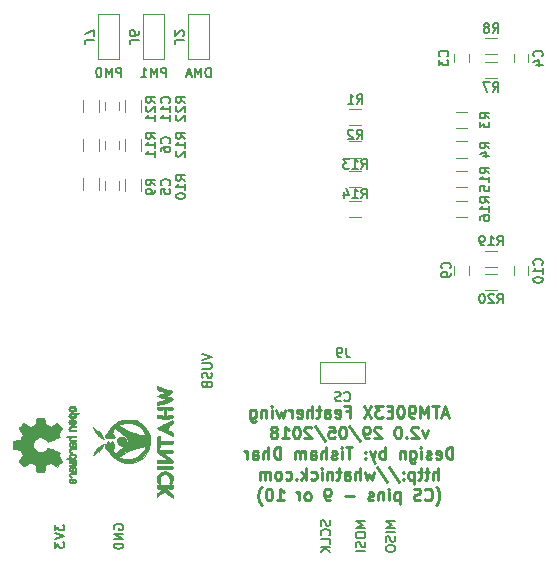
<source format=gbo>
G04 #@! TF.GenerationSoftware,KiCad,Pcbnew,(2018-02-15 revision 29b28de31)-makepkg*
G04 #@! TF.CreationDate,2018-05-29T16:30:00+09:30*
G04 #@! TF.ProjectId,ATM90E3x_fw,41544D39304533785F66772E6B696361,rev?*
G04 #@! TF.SameCoordinates,Original*
G04 #@! TF.FileFunction,Legend,Bot*
G04 #@! TF.FilePolarity,Positive*
%FSLAX46Y46*%
G04 Gerber Fmt 4.6, Leading zero omitted, Abs format (unit mm)*
G04 Created by KiCad (PCBNEW (2018-02-15 revision 29b28de31)-makepkg) date 05/29/18 16:30:00*
%MOMM*%
%LPD*%
G01*
G04 APERTURE LIST*
%ADD10C,0.200000*%
%ADD11C,0.250000*%
%ADD12C,0.120000*%
%ADD13C,0.010000*%
G04 APERTURE END LIST*
D10*
X128061904Y-71533333D02*
X128861904Y-71800000D01*
X128061904Y-72066666D01*
X128061904Y-72333333D02*
X128709523Y-72333333D01*
X128785714Y-72371428D01*
X128823809Y-72409523D01*
X128861904Y-72485714D01*
X128861904Y-72638095D01*
X128823809Y-72714285D01*
X128785714Y-72752380D01*
X128709523Y-72790476D01*
X128061904Y-72790476D01*
X128823809Y-73133333D02*
X128861904Y-73247619D01*
X128861904Y-73438095D01*
X128823809Y-73514285D01*
X128785714Y-73552380D01*
X128709523Y-73590476D01*
X128633333Y-73590476D01*
X128557142Y-73552380D01*
X128519047Y-73514285D01*
X128480952Y-73438095D01*
X128442857Y-73285714D01*
X128404761Y-73209523D01*
X128366666Y-73171428D01*
X128290476Y-73133333D01*
X128214285Y-73133333D01*
X128138095Y-73171428D01*
X128100000Y-73209523D01*
X128061904Y-73285714D01*
X128061904Y-73476190D01*
X128100000Y-73590476D01*
X128442857Y-74200000D02*
X128480952Y-74314285D01*
X128519047Y-74352380D01*
X128595238Y-74390476D01*
X128709523Y-74390476D01*
X128785714Y-74352380D01*
X128823809Y-74314285D01*
X128861904Y-74238095D01*
X128861904Y-73933333D01*
X128061904Y-73933333D01*
X128061904Y-74200000D01*
X128100000Y-74276190D01*
X128138095Y-74314285D01*
X128214285Y-74352380D01*
X128290476Y-74352380D01*
X128366666Y-74314285D01*
X128404761Y-74276190D01*
X128442857Y-74200000D01*
X128442857Y-73933333D01*
X120600000Y-86390476D02*
X120561904Y-86314285D01*
X120561904Y-86200000D01*
X120600000Y-86085714D01*
X120676190Y-86009523D01*
X120752380Y-85971428D01*
X120904761Y-85933333D01*
X121019047Y-85933333D01*
X121171428Y-85971428D01*
X121247619Y-86009523D01*
X121323809Y-86085714D01*
X121361904Y-86200000D01*
X121361904Y-86276190D01*
X121323809Y-86390476D01*
X121285714Y-86428571D01*
X121019047Y-86428571D01*
X121019047Y-86276190D01*
X121361904Y-86771428D02*
X120561904Y-86771428D01*
X121361904Y-87228571D01*
X120561904Y-87228571D01*
X121361904Y-87609523D02*
X120561904Y-87609523D01*
X120561904Y-87800000D01*
X120600000Y-87914285D01*
X120676190Y-87990476D01*
X120752380Y-88028571D01*
X120904761Y-88066666D01*
X121019047Y-88066666D01*
X121171428Y-88028571D01*
X121247619Y-87990476D01*
X121323809Y-87914285D01*
X121361904Y-87800000D01*
X121361904Y-87609523D01*
X115561904Y-86009523D02*
X115561904Y-86504761D01*
X115866666Y-86238095D01*
X115866666Y-86352380D01*
X115904761Y-86428571D01*
X115942857Y-86466666D01*
X116019047Y-86504761D01*
X116209523Y-86504761D01*
X116285714Y-86466666D01*
X116323809Y-86428571D01*
X116361904Y-86352380D01*
X116361904Y-86123809D01*
X116323809Y-86047619D01*
X116285714Y-86009523D01*
X115561904Y-86733333D02*
X116361904Y-87000000D01*
X115561904Y-87266666D01*
X115561904Y-87457142D02*
X115561904Y-87952380D01*
X115866666Y-87685714D01*
X115866666Y-87800000D01*
X115904761Y-87876190D01*
X115942857Y-87914285D01*
X116019047Y-87952380D01*
X116209523Y-87952380D01*
X116285714Y-87914285D01*
X116323809Y-87876190D01*
X116361904Y-87800000D01*
X116361904Y-87571428D01*
X116323809Y-87495238D01*
X116285714Y-87457142D01*
X138823809Y-85647619D02*
X138861904Y-85761904D01*
X138861904Y-85952380D01*
X138823809Y-86028571D01*
X138785714Y-86066666D01*
X138709523Y-86104761D01*
X138633333Y-86104761D01*
X138557142Y-86066666D01*
X138519047Y-86028571D01*
X138480952Y-85952380D01*
X138442857Y-85800000D01*
X138404761Y-85723809D01*
X138366666Y-85685714D01*
X138290476Y-85647619D01*
X138214285Y-85647619D01*
X138138095Y-85685714D01*
X138100000Y-85723809D01*
X138061904Y-85800000D01*
X138061904Y-85990476D01*
X138100000Y-86104761D01*
X138785714Y-86904761D02*
X138823809Y-86866666D01*
X138861904Y-86752380D01*
X138861904Y-86676190D01*
X138823809Y-86561904D01*
X138747619Y-86485714D01*
X138671428Y-86447619D01*
X138519047Y-86409523D01*
X138404761Y-86409523D01*
X138252380Y-86447619D01*
X138176190Y-86485714D01*
X138100000Y-86561904D01*
X138061904Y-86676190D01*
X138061904Y-86752380D01*
X138100000Y-86866666D01*
X138138095Y-86904761D01*
X138861904Y-87628571D02*
X138861904Y-87247619D01*
X138061904Y-87247619D01*
X138861904Y-87895238D02*
X138061904Y-87895238D01*
X138861904Y-88352380D02*
X138404761Y-88009523D01*
X138061904Y-88352380D02*
X138519047Y-87895238D01*
X141861904Y-85742857D02*
X141061904Y-85742857D01*
X141633333Y-86009523D01*
X141061904Y-86276190D01*
X141861904Y-86276190D01*
X141061904Y-86809523D02*
X141061904Y-86961904D01*
X141100000Y-87038095D01*
X141176190Y-87114285D01*
X141328571Y-87152380D01*
X141595238Y-87152380D01*
X141747619Y-87114285D01*
X141823809Y-87038095D01*
X141861904Y-86961904D01*
X141861904Y-86809523D01*
X141823809Y-86733333D01*
X141747619Y-86657142D01*
X141595238Y-86619047D01*
X141328571Y-86619047D01*
X141176190Y-86657142D01*
X141100000Y-86733333D01*
X141061904Y-86809523D01*
X141823809Y-87457142D02*
X141861904Y-87571428D01*
X141861904Y-87761904D01*
X141823809Y-87838095D01*
X141785714Y-87876190D01*
X141709523Y-87914285D01*
X141633333Y-87914285D01*
X141557142Y-87876190D01*
X141519047Y-87838095D01*
X141480952Y-87761904D01*
X141442857Y-87609523D01*
X141404761Y-87533333D01*
X141366666Y-87495238D01*
X141290476Y-87457142D01*
X141214285Y-87457142D01*
X141138095Y-87495238D01*
X141100000Y-87533333D01*
X141061904Y-87609523D01*
X141061904Y-87800000D01*
X141100000Y-87914285D01*
X141861904Y-88257142D02*
X141061904Y-88257142D01*
X144361904Y-85742857D02*
X143561904Y-85742857D01*
X144133333Y-86009523D01*
X143561904Y-86276190D01*
X144361904Y-86276190D01*
X144361904Y-86657142D02*
X143561904Y-86657142D01*
X144323809Y-87000000D02*
X144361904Y-87114285D01*
X144361904Y-87304761D01*
X144323809Y-87380952D01*
X144285714Y-87419047D01*
X144209523Y-87457142D01*
X144133333Y-87457142D01*
X144057142Y-87419047D01*
X144019047Y-87380952D01*
X143980952Y-87304761D01*
X143942857Y-87152380D01*
X143904761Y-87076190D01*
X143866666Y-87038095D01*
X143790476Y-87000000D01*
X143714285Y-87000000D01*
X143638095Y-87038095D01*
X143600000Y-87076190D01*
X143561904Y-87152380D01*
X143561904Y-87342857D01*
X143600000Y-87457142D01*
X143561904Y-87952380D02*
X143561904Y-88104761D01*
X143600000Y-88180952D01*
X143676190Y-88257142D01*
X143828571Y-88295238D01*
X144095238Y-88295238D01*
X144247619Y-88257142D01*
X144323809Y-88180952D01*
X144361904Y-88104761D01*
X144361904Y-87952380D01*
X144323809Y-87876190D01*
X144247619Y-87800000D01*
X144095238Y-87761904D01*
X143828571Y-87761904D01*
X143676190Y-87800000D01*
X143600000Y-87876190D01*
X143561904Y-87952380D01*
X128771523Y-48113904D02*
X128771523Y-47313904D01*
X128581047Y-47313904D01*
X128466761Y-47352000D01*
X128390571Y-47428190D01*
X128352476Y-47504380D01*
X128314380Y-47656761D01*
X128314380Y-47771047D01*
X128352476Y-47923428D01*
X128390571Y-47999619D01*
X128466761Y-48075809D01*
X128581047Y-48113904D01*
X128771523Y-48113904D01*
X127971523Y-48113904D02*
X127971523Y-47313904D01*
X127704857Y-47885333D01*
X127438190Y-47313904D01*
X127438190Y-48113904D01*
X127095333Y-47885333D02*
X126714380Y-47885333D01*
X127171523Y-48113904D02*
X126904857Y-47313904D01*
X126638190Y-48113904D01*
X124999619Y-48113904D02*
X124999619Y-47313904D01*
X124694857Y-47313904D01*
X124618666Y-47352000D01*
X124580571Y-47390095D01*
X124542476Y-47466285D01*
X124542476Y-47580571D01*
X124580571Y-47656761D01*
X124618666Y-47694857D01*
X124694857Y-47732952D01*
X124999619Y-47732952D01*
X124199619Y-48113904D02*
X124199619Y-47313904D01*
X123932952Y-47885333D01*
X123666285Y-47313904D01*
X123666285Y-48113904D01*
X122866285Y-48113904D02*
X123323428Y-48113904D01*
X123094857Y-48113904D02*
X123094857Y-47313904D01*
X123171047Y-47428190D01*
X123247238Y-47504380D01*
X123323428Y-47542476D01*
X121189619Y-48113904D02*
X121189619Y-47313904D01*
X120884857Y-47313904D01*
X120808666Y-47352000D01*
X120770571Y-47390095D01*
X120732476Y-47466285D01*
X120732476Y-47580571D01*
X120770571Y-47656761D01*
X120808666Y-47694857D01*
X120884857Y-47732952D01*
X121189619Y-47732952D01*
X120389619Y-48113904D02*
X120389619Y-47313904D01*
X120122952Y-47885333D01*
X119856285Y-47313904D01*
X119856285Y-48113904D01*
X119322952Y-47313904D02*
X119246761Y-47313904D01*
X119170571Y-47352000D01*
X119132476Y-47390095D01*
X119094380Y-47466285D01*
X119056285Y-47618666D01*
X119056285Y-47809142D01*
X119094380Y-47961523D01*
X119132476Y-48037714D01*
X119170571Y-48075809D01*
X119246761Y-48113904D01*
X119322952Y-48113904D01*
X119399142Y-48075809D01*
X119437238Y-48037714D01*
X119475333Y-47961523D01*
X119513428Y-47809142D01*
X119513428Y-47618666D01*
X119475333Y-47466285D01*
X119437238Y-47390095D01*
X119399142Y-47352000D01*
X119322952Y-47313904D01*
X140087333Y-75469714D02*
X140125428Y-75507809D01*
X140239714Y-75545904D01*
X140315904Y-75545904D01*
X140430190Y-75507809D01*
X140506380Y-75431619D01*
X140544476Y-75355428D01*
X140582571Y-75203047D01*
X140582571Y-75088761D01*
X140544476Y-74936380D01*
X140506380Y-74860190D01*
X140430190Y-74784000D01*
X140315904Y-74745904D01*
X140239714Y-74745904D01*
X140125428Y-74784000D01*
X140087333Y-74822095D01*
X139782571Y-75507809D02*
X139668285Y-75545904D01*
X139477809Y-75545904D01*
X139401619Y-75507809D01*
X139363523Y-75469714D01*
X139325428Y-75393523D01*
X139325428Y-75317333D01*
X139363523Y-75241142D01*
X139401619Y-75203047D01*
X139477809Y-75164952D01*
X139630190Y-75126857D01*
X139706380Y-75088761D01*
X139744476Y-75050666D01*
X139782571Y-74974476D01*
X139782571Y-74898285D01*
X139744476Y-74822095D01*
X139706380Y-74784000D01*
X139630190Y-74745904D01*
X139439714Y-74745904D01*
X139325428Y-74784000D01*
D11*
X148842952Y-76666666D02*
X148366761Y-76666666D01*
X148938190Y-76952380D02*
X148604857Y-75952380D01*
X148271523Y-76952380D01*
X148081047Y-75952380D02*
X147509619Y-75952380D01*
X147795333Y-76952380D02*
X147795333Y-75952380D01*
X147176285Y-76952380D02*
X147176285Y-75952380D01*
X146842952Y-76666666D01*
X146509619Y-75952380D01*
X146509619Y-76952380D01*
X145985809Y-76952380D02*
X145795333Y-76952380D01*
X145700095Y-76904761D01*
X145652476Y-76857142D01*
X145557238Y-76714285D01*
X145509619Y-76523809D01*
X145509619Y-76142857D01*
X145557238Y-76047619D01*
X145604857Y-76000000D01*
X145700095Y-75952380D01*
X145890571Y-75952380D01*
X145985809Y-76000000D01*
X146033428Y-76047619D01*
X146081047Y-76142857D01*
X146081047Y-76380952D01*
X146033428Y-76476190D01*
X145985809Y-76523809D01*
X145890571Y-76571428D01*
X145700095Y-76571428D01*
X145604857Y-76523809D01*
X145557238Y-76476190D01*
X145509619Y-76380952D01*
X144890571Y-75952380D02*
X144795333Y-75952380D01*
X144700095Y-76000000D01*
X144652476Y-76047619D01*
X144604857Y-76142857D01*
X144557238Y-76333333D01*
X144557238Y-76571428D01*
X144604857Y-76761904D01*
X144652476Y-76857142D01*
X144700095Y-76904761D01*
X144795333Y-76952380D01*
X144890571Y-76952380D01*
X144985809Y-76904761D01*
X145033428Y-76857142D01*
X145081047Y-76761904D01*
X145128666Y-76571428D01*
X145128666Y-76333333D01*
X145081047Y-76142857D01*
X145033428Y-76047619D01*
X144985809Y-76000000D01*
X144890571Y-75952380D01*
X144128666Y-76428571D02*
X143795333Y-76428571D01*
X143652476Y-76952380D02*
X144128666Y-76952380D01*
X144128666Y-75952380D01*
X143652476Y-75952380D01*
X143319142Y-75952380D02*
X142700095Y-75952380D01*
X143033428Y-76333333D01*
X142890571Y-76333333D01*
X142795333Y-76380952D01*
X142747714Y-76428571D01*
X142700095Y-76523809D01*
X142700095Y-76761904D01*
X142747714Y-76857142D01*
X142795333Y-76904761D01*
X142890571Y-76952380D01*
X143176285Y-76952380D01*
X143271523Y-76904761D01*
X143319142Y-76857142D01*
X142366761Y-75952380D02*
X141700095Y-76952380D01*
X141700095Y-75952380D02*
X142366761Y-76952380D01*
X140223904Y-76428571D02*
X140557238Y-76428571D01*
X140557238Y-76952380D02*
X140557238Y-75952380D01*
X140081047Y-75952380D01*
X139319142Y-76904761D02*
X139414380Y-76952380D01*
X139604857Y-76952380D01*
X139700095Y-76904761D01*
X139747714Y-76809523D01*
X139747714Y-76428571D01*
X139700095Y-76333333D01*
X139604857Y-76285714D01*
X139414380Y-76285714D01*
X139319142Y-76333333D01*
X139271523Y-76428571D01*
X139271523Y-76523809D01*
X139747714Y-76619047D01*
X138414380Y-76952380D02*
X138414380Y-76428571D01*
X138462000Y-76333333D01*
X138557238Y-76285714D01*
X138747714Y-76285714D01*
X138842952Y-76333333D01*
X138414380Y-76904761D02*
X138509619Y-76952380D01*
X138747714Y-76952380D01*
X138842952Y-76904761D01*
X138890571Y-76809523D01*
X138890571Y-76714285D01*
X138842952Y-76619047D01*
X138747714Y-76571428D01*
X138509619Y-76571428D01*
X138414380Y-76523809D01*
X138081047Y-76285714D02*
X137700095Y-76285714D01*
X137938190Y-75952380D02*
X137938190Y-76809523D01*
X137890571Y-76904761D01*
X137795333Y-76952380D01*
X137700095Y-76952380D01*
X137366761Y-76952380D02*
X137366761Y-75952380D01*
X136938190Y-76952380D02*
X136938190Y-76428571D01*
X136985809Y-76333333D01*
X137081047Y-76285714D01*
X137223904Y-76285714D01*
X137319142Y-76333333D01*
X137366761Y-76380952D01*
X136081047Y-76904761D02*
X136176285Y-76952380D01*
X136366761Y-76952380D01*
X136462000Y-76904761D01*
X136509619Y-76809523D01*
X136509619Y-76428571D01*
X136462000Y-76333333D01*
X136366761Y-76285714D01*
X136176285Y-76285714D01*
X136081047Y-76333333D01*
X136033428Y-76428571D01*
X136033428Y-76523809D01*
X136509619Y-76619047D01*
X135604857Y-76952380D02*
X135604857Y-76285714D01*
X135604857Y-76476190D02*
X135557238Y-76380952D01*
X135509619Y-76333333D01*
X135414380Y-76285714D01*
X135319142Y-76285714D01*
X135081047Y-76285714D02*
X134890571Y-76952380D01*
X134700095Y-76476190D01*
X134509619Y-76952380D01*
X134319142Y-76285714D01*
X133938190Y-76952380D02*
X133938190Y-76285714D01*
X133938190Y-75952380D02*
X133985809Y-76000000D01*
X133938190Y-76047619D01*
X133890571Y-76000000D01*
X133938190Y-75952380D01*
X133938190Y-76047619D01*
X133462000Y-76285714D02*
X133462000Y-76952380D01*
X133462000Y-76380952D02*
X133414380Y-76333333D01*
X133319142Y-76285714D01*
X133176285Y-76285714D01*
X133081047Y-76333333D01*
X133033428Y-76428571D01*
X133033428Y-76952380D01*
X132128666Y-76285714D02*
X132128666Y-77095238D01*
X132176285Y-77190476D01*
X132223904Y-77238095D01*
X132319142Y-77285714D01*
X132462000Y-77285714D01*
X132557238Y-77238095D01*
X132128666Y-76904761D02*
X132223904Y-76952380D01*
X132414380Y-76952380D01*
X132509619Y-76904761D01*
X132557238Y-76857142D01*
X132604857Y-76761904D01*
X132604857Y-76476190D01*
X132557238Y-76380952D01*
X132509619Y-76333333D01*
X132414380Y-76285714D01*
X132223904Y-76285714D01*
X132128666Y-76333333D01*
X147128666Y-78035714D02*
X146890571Y-78702380D01*
X146652476Y-78035714D01*
X146319142Y-77797619D02*
X146271523Y-77750000D01*
X146176285Y-77702380D01*
X145938190Y-77702380D01*
X145842952Y-77750000D01*
X145795333Y-77797619D01*
X145747714Y-77892857D01*
X145747714Y-77988095D01*
X145795333Y-78130952D01*
X146366761Y-78702380D01*
X145747714Y-78702380D01*
X145319142Y-78607142D02*
X145271523Y-78654761D01*
X145319142Y-78702380D01*
X145366761Y-78654761D01*
X145319142Y-78607142D01*
X145319142Y-78702380D01*
X144652476Y-77702380D02*
X144557238Y-77702380D01*
X144462000Y-77750000D01*
X144414380Y-77797619D01*
X144366761Y-77892857D01*
X144319142Y-78083333D01*
X144319142Y-78321428D01*
X144366761Y-78511904D01*
X144414380Y-78607142D01*
X144462000Y-78654761D01*
X144557238Y-78702380D01*
X144652476Y-78702380D01*
X144747714Y-78654761D01*
X144795333Y-78607142D01*
X144842952Y-78511904D01*
X144890571Y-78321428D01*
X144890571Y-78083333D01*
X144842952Y-77892857D01*
X144795333Y-77797619D01*
X144747714Y-77750000D01*
X144652476Y-77702380D01*
X143176285Y-77797619D02*
X143128666Y-77750000D01*
X143033428Y-77702380D01*
X142795333Y-77702380D01*
X142700095Y-77750000D01*
X142652476Y-77797619D01*
X142604857Y-77892857D01*
X142604857Y-77988095D01*
X142652476Y-78130952D01*
X143223904Y-78702380D01*
X142604857Y-78702380D01*
X142128666Y-78702380D02*
X141938190Y-78702380D01*
X141842952Y-78654761D01*
X141795333Y-78607142D01*
X141700095Y-78464285D01*
X141652476Y-78273809D01*
X141652476Y-77892857D01*
X141700095Y-77797619D01*
X141747714Y-77750000D01*
X141842952Y-77702380D01*
X142033428Y-77702380D01*
X142128666Y-77750000D01*
X142176285Y-77797619D01*
X142223904Y-77892857D01*
X142223904Y-78130952D01*
X142176285Y-78226190D01*
X142128666Y-78273809D01*
X142033428Y-78321428D01*
X141842952Y-78321428D01*
X141747714Y-78273809D01*
X141700095Y-78226190D01*
X141652476Y-78130952D01*
X140509619Y-77654761D02*
X141366761Y-78940476D01*
X139985809Y-77702380D02*
X139890571Y-77702380D01*
X139795333Y-77750000D01*
X139747714Y-77797619D01*
X139700095Y-77892857D01*
X139652476Y-78083333D01*
X139652476Y-78321428D01*
X139700095Y-78511904D01*
X139747714Y-78607142D01*
X139795333Y-78654761D01*
X139890571Y-78702380D01*
X139985809Y-78702380D01*
X140081047Y-78654761D01*
X140128666Y-78607142D01*
X140176285Y-78511904D01*
X140223904Y-78321428D01*
X140223904Y-78083333D01*
X140176285Y-77892857D01*
X140128666Y-77797619D01*
X140081047Y-77750000D01*
X139985809Y-77702380D01*
X138747714Y-77702380D02*
X139223904Y-77702380D01*
X139271523Y-78178571D01*
X139223904Y-78130952D01*
X139128666Y-78083333D01*
X138890571Y-78083333D01*
X138795333Y-78130952D01*
X138747714Y-78178571D01*
X138700095Y-78273809D01*
X138700095Y-78511904D01*
X138747714Y-78607142D01*
X138795333Y-78654761D01*
X138890571Y-78702380D01*
X139128666Y-78702380D01*
X139223904Y-78654761D01*
X139271523Y-78607142D01*
X137557238Y-77654761D02*
X138414380Y-78940476D01*
X137271523Y-77797619D02*
X137223904Y-77750000D01*
X137128666Y-77702380D01*
X136890571Y-77702380D01*
X136795333Y-77750000D01*
X136747714Y-77797619D01*
X136700095Y-77892857D01*
X136700095Y-77988095D01*
X136747714Y-78130952D01*
X137319142Y-78702380D01*
X136700095Y-78702380D01*
X136081047Y-77702380D02*
X135985809Y-77702380D01*
X135890571Y-77750000D01*
X135842952Y-77797619D01*
X135795333Y-77892857D01*
X135747714Y-78083333D01*
X135747714Y-78321428D01*
X135795333Y-78511904D01*
X135842952Y-78607142D01*
X135890571Y-78654761D01*
X135985809Y-78702380D01*
X136081047Y-78702380D01*
X136176285Y-78654761D01*
X136223904Y-78607142D01*
X136271523Y-78511904D01*
X136319142Y-78321428D01*
X136319142Y-78083333D01*
X136271523Y-77892857D01*
X136223904Y-77797619D01*
X136176285Y-77750000D01*
X136081047Y-77702380D01*
X134795333Y-78702380D02*
X135366761Y-78702380D01*
X135081047Y-78702380D02*
X135081047Y-77702380D01*
X135176285Y-77845238D01*
X135271523Y-77940476D01*
X135366761Y-77988095D01*
X134223904Y-78130952D02*
X134319142Y-78083333D01*
X134366761Y-78035714D01*
X134414380Y-77940476D01*
X134414380Y-77892857D01*
X134366761Y-77797619D01*
X134319142Y-77750000D01*
X134223904Y-77702380D01*
X134033428Y-77702380D01*
X133938190Y-77750000D01*
X133890571Y-77797619D01*
X133842952Y-77892857D01*
X133842952Y-77940476D01*
X133890571Y-78035714D01*
X133938190Y-78083333D01*
X134033428Y-78130952D01*
X134223904Y-78130952D01*
X134319142Y-78178571D01*
X134366761Y-78226190D01*
X134414380Y-78321428D01*
X134414380Y-78511904D01*
X134366761Y-78607142D01*
X134319142Y-78654761D01*
X134223904Y-78702380D01*
X134033428Y-78702380D01*
X133938190Y-78654761D01*
X133890571Y-78607142D01*
X133842952Y-78511904D01*
X133842952Y-78321428D01*
X133890571Y-78226190D01*
X133938190Y-78178571D01*
X134033428Y-78130952D01*
X149223904Y-80452380D02*
X149223904Y-79452380D01*
X148985809Y-79452380D01*
X148842952Y-79500000D01*
X148747714Y-79595238D01*
X148700095Y-79690476D01*
X148652476Y-79880952D01*
X148652476Y-80023809D01*
X148700095Y-80214285D01*
X148747714Y-80309523D01*
X148842952Y-80404761D01*
X148985809Y-80452380D01*
X149223904Y-80452380D01*
X147842952Y-80404761D02*
X147938190Y-80452380D01*
X148128666Y-80452380D01*
X148223904Y-80404761D01*
X148271523Y-80309523D01*
X148271523Y-79928571D01*
X148223904Y-79833333D01*
X148128666Y-79785714D01*
X147938190Y-79785714D01*
X147842952Y-79833333D01*
X147795333Y-79928571D01*
X147795333Y-80023809D01*
X148271523Y-80119047D01*
X147414380Y-80404761D02*
X147319142Y-80452380D01*
X147128666Y-80452380D01*
X147033428Y-80404761D01*
X146985809Y-80309523D01*
X146985809Y-80261904D01*
X147033428Y-80166666D01*
X147128666Y-80119047D01*
X147271523Y-80119047D01*
X147366761Y-80071428D01*
X147414380Y-79976190D01*
X147414380Y-79928571D01*
X147366761Y-79833333D01*
X147271523Y-79785714D01*
X147128666Y-79785714D01*
X147033428Y-79833333D01*
X146557238Y-80452380D02*
X146557238Y-79785714D01*
X146557238Y-79452380D02*
X146604857Y-79500000D01*
X146557238Y-79547619D01*
X146509619Y-79500000D01*
X146557238Y-79452380D01*
X146557238Y-79547619D01*
X145652476Y-79785714D02*
X145652476Y-80595238D01*
X145700095Y-80690476D01*
X145747714Y-80738095D01*
X145842952Y-80785714D01*
X145985809Y-80785714D01*
X146081047Y-80738095D01*
X145652476Y-80404761D02*
X145747714Y-80452380D01*
X145938190Y-80452380D01*
X146033428Y-80404761D01*
X146081047Y-80357142D01*
X146128666Y-80261904D01*
X146128666Y-79976190D01*
X146081047Y-79880952D01*
X146033428Y-79833333D01*
X145938190Y-79785714D01*
X145747714Y-79785714D01*
X145652476Y-79833333D01*
X145176285Y-79785714D02*
X145176285Y-80452380D01*
X145176285Y-79880952D02*
X145128666Y-79833333D01*
X145033428Y-79785714D01*
X144890571Y-79785714D01*
X144795333Y-79833333D01*
X144747714Y-79928571D01*
X144747714Y-80452380D01*
X143509619Y-80452380D02*
X143509619Y-79452380D01*
X143509619Y-79833333D02*
X143414380Y-79785714D01*
X143223904Y-79785714D01*
X143128666Y-79833333D01*
X143081047Y-79880952D01*
X143033428Y-79976190D01*
X143033428Y-80261904D01*
X143081047Y-80357142D01*
X143128666Y-80404761D01*
X143223904Y-80452380D01*
X143414380Y-80452380D01*
X143509619Y-80404761D01*
X142700095Y-79785714D02*
X142462000Y-80452380D01*
X142223904Y-79785714D02*
X142462000Y-80452380D01*
X142557238Y-80690476D01*
X142604857Y-80738095D01*
X142700095Y-80785714D01*
X141842952Y-80357142D02*
X141795333Y-80404761D01*
X141842952Y-80452380D01*
X141890571Y-80404761D01*
X141842952Y-80357142D01*
X141842952Y-80452380D01*
X141842952Y-79833333D02*
X141795333Y-79880952D01*
X141842952Y-79928571D01*
X141890571Y-79880952D01*
X141842952Y-79833333D01*
X141842952Y-79928571D01*
X140747714Y-79452380D02*
X140176285Y-79452380D01*
X140462000Y-80452380D02*
X140462000Y-79452380D01*
X139842952Y-80452380D02*
X139842952Y-79785714D01*
X139842952Y-79452380D02*
X139890571Y-79500000D01*
X139842952Y-79547619D01*
X139795333Y-79500000D01*
X139842952Y-79452380D01*
X139842952Y-79547619D01*
X139414380Y-80404761D02*
X139319142Y-80452380D01*
X139128666Y-80452380D01*
X139033428Y-80404761D01*
X138985809Y-80309523D01*
X138985809Y-80261904D01*
X139033428Y-80166666D01*
X139128666Y-80119047D01*
X139271523Y-80119047D01*
X139366761Y-80071428D01*
X139414380Y-79976190D01*
X139414380Y-79928571D01*
X139366761Y-79833333D01*
X139271523Y-79785714D01*
X139128666Y-79785714D01*
X139033428Y-79833333D01*
X138557238Y-80452380D02*
X138557238Y-79452380D01*
X138128666Y-80452380D02*
X138128666Y-79928571D01*
X138176285Y-79833333D01*
X138271523Y-79785714D01*
X138414380Y-79785714D01*
X138509619Y-79833333D01*
X138557238Y-79880952D01*
X137223904Y-80452380D02*
X137223904Y-79928571D01*
X137271523Y-79833333D01*
X137366761Y-79785714D01*
X137557238Y-79785714D01*
X137652476Y-79833333D01*
X137223904Y-80404761D02*
X137319142Y-80452380D01*
X137557238Y-80452380D01*
X137652476Y-80404761D01*
X137700095Y-80309523D01*
X137700095Y-80214285D01*
X137652476Y-80119047D01*
X137557238Y-80071428D01*
X137319142Y-80071428D01*
X137223904Y-80023809D01*
X136747714Y-80452380D02*
X136747714Y-79785714D01*
X136747714Y-79880952D02*
X136700095Y-79833333D01*
X136604857Y-79785714D01*
X136462000Y-79785714D01*
X136366761Y-79833333D01*
X136319142Y-79928571D01*
X136319142Y-80452380D01*
X136319142Y-79928571D02*
X136271523Y-79833333D01*
X136176285Y-79785714D01*
X136033428Y-79785714D01*
X135938190Y-79833333D01*
X135890571Y-79928571D01*
X135890571Y-80452380D01*
X134652476Y-80452380D02*
X134652476Y-79452380D01*
X134414380Y-79452380D01*
X134271523Y-79500000D01*
X134176285Y-79595238D01*
X134128666Y-79690476D01*
X134081047Y-79880952D01*
X134081047Y-80023809D01*
X134128666Y-80214285D01*
X134176285Y-80309523D01*
X134271523Y-80404761D01*
X134414380Y-80452380D01*
X134652476Y-80452380D01*
X133652476Y-80452380D02*
X133652476Y-79452380D01*
X133223904Y-80452380D02*
X133223904Y-79928571D01*
X133271523Y-79833333D01*
X133366761Y-79785714D01*
X133509619Y-79785714D01*
X133604857Y-79833333D01*
X133652476Y-79880952D01*
X132319142Y-80452380D02*
X132319142Y-79928571D01*
X132366761Y-79833333D01*
X132462000Y-79785714D01*
X132652476Y-79785714D01*
X132747714Y-79833333D01*
X132319142Y-80404761D02*
X132414380Y-80452380D01*
X132652476Y-80452380D01*
X132747714Y-80404761D01*
X132795333Y-80309523D01*
X132795333Y-80214285D01*
X132747714Y-80119047D01*
X132652476Y-80071428D01*
X132414380Y-80071428D01*
X132319142Y-80023809D01*
X131842952Y-80452380D02*
X131842952Y-79785714D01*
X131842952Y-79976190D02*
X131795333Y-79880952D01*
X131747714Y-79833333D01*
X131652476Y-79785714D01*
X131557238Y-79785714D01*
X148009619Y-82202380D02*
X148009619Y-81202380D01*
X147581047Y-82202380D02*
X147581047Y-81678571D01*
X147628666Y-81583333D01*
X147723904Y-81535714D01*
X147866761Y-81535714D01*
X147962000Y-81583333D01*
X148009619Y-81630952D01*
X147247714Y-81535714D02*
X146866761Y-81535714D01*
X147104857Y-81202380D02*
X147104857Y-82059523D01*
X147057238Y-82154761D01*
X146962000Y-82202380D01*
X146866761Y-82202380D01*
X146676285Y-81535714D02*
X146295333Y-81535714D01*
X146533428Y-81202380D02*
X146533428Y-82059523D01*
X146485809Y-82154761D01*
X146390571Y-82202380D01*
X146295333Y-82202380D01*
X145962000Y-81535714D02*
X145962000Y-82535714D01*
X145962000Y-81583333D02*
X145866761Y-81535714D01*
X145676285Y-81535714D01*
X145581047Y-81583333D01*
X145533428Y-81630952D01*
X145485809Y-81726190D01*
X145485809Y-82011904D01*
X145533428Y-82107142D01*
X145581047Y-82154761D01*
X145676285Y-82202380D01*
X145866761Y-82202380D01*
X145962000Y-82154761D01*
X145057238Y-82107142D02*
X145009619Y-82154761D01*
X145057238Y-82202380D01*
X145104857Y-82154761D01*
X145057238Y-82107142D01*
X145057238Y-82202380D01*
X145057238Y-81583333D02*
X145009619Y-81630952D01*
X145057238Y-81678571D01*
X145104857Y-81630952D01*
X145057238Y-81583333D01*
X145057238Y-81678571D01*
X143866761Y-81154761D02*
X144723904Y-82440476D01*
X142819142Y-81154761D02*
X143676285Y-82440476D01*
X142581047Y-81535714D02*
X142390571Y-82202380D01*
X142200095Y-81726190D01*
X142009619Y-82202380D01*
X141819142Y-81535714D01*
X141438190Y-82202380D02*
X141438190Y-81202380D01*
X141009619Y-82202380D02*
X141009619Y-81678571D01*
X141057238Y-81583333D01*
X141152476Y-81535714D01*
X141295333Y-81535714D01*
X141390571Y-81583333D01*
X141438190Y-81630952D01*
X140104857Y-82202380D02*
X140104857Y-81678571D01*
X140152476Y-81583333D01*
X140247714Y-81535714D01*
X140438190Y-81535714D01*
X140533428Y-81583333D01*
X140104857Y-82154761D02*
X140200095Y-82202380D01*
X140438190Y-82202380D01*
X140533428Y-82154761D01*
X140581047Y-82059523D01*
X140581047Y-81964285D01*
X140533428Y-81869047D01*
X140438190Y-81821428D01*
X140200095Y-81821428D01*
X140104857Y-81773809D01*
X139771523Y-81535714D02*
X139390571Y-81535714D01*
X139628666Y-81202380D02*
X139628666Y-82059523D01*
X139581047Y-82154761D01*
X139485809Y-82202380D01*
X139390571Y-82202380D01*
X139057238Y-81535714D02*
X139057238Y-82202380D01*
X139057238Y-81630952D02*
X139009619Y-81583333D01*
X138914380Y-81535714D01*
X138771523Y-81535714D01*
X138676285Y-81583333D01*
X138628666Y-81678571D01*
X138628666Y-82202380D01*
X138152476Y-82202380D02*
X138152476Y-81535714D01*
X138152476Y-81202380D02*
X138200095Y-81250000D01*
X138152476Y-81297619D01*
X138104857Y-81250000D01*
X138152476Y-81202380D01*
X138152476Y-81297619D01*
X137247714Y-82154761D02*
X137342952Y-82202380D01*
X137533428Y-82202380D01*
X137628666Y-82154761D01*
X137676285Y-82107142D01*
X137723904Y-82011904D01*
X137723904Y-81726190D01*
X137676285Y-81630952D01*
X137628666Y-81583333D01*
X137533428Y-81535714D01*
X137342952Y-81535714D01*
X137247714Y-81583333D01*
X136819142Y-82202380D02*
X136819142Y-81202380D01*
X136723904Y-81821428D02*
X136438190Y-82202380D01*
X136438190Y-81535714D02*
X136819142Y-81916666D01*
X136009619Y-82107142D02*
X135962000Y-82154761D01*
X136009619Y-82202380D01*
X136057238Y-82154761D01*
X136009619Y-82107142D01*
X136009619Y-82202380D01*
X135104857Y-82154761D02*
X135200095Y-82202380D01*
X135390571Y-82202380D01*
X135485809Y-82154761D01*
X135533428Y-82107142D01*
X135581047Y-82011904D01*
X135581047Y-81726190D01*
X135533428Y-81630952D01*
X135485809Y-81583333D01*
X135390571Y-81535714D01*
X135200095Y-81535714D01*
X135104857Y-81583333D01*
X134533428Y-82202380D02*
X134628666Y-82154761D01*
X134676285Y-82107142D01*
X134723904Y-82011904D01*
X134723904Y-81726190D01*
X134676285Y-81630952D01*
X134628666Y-81583333D01*
X134533428Y-81535714D01*
X134390571Y-81535714D01*
X134295333Y-81583333D01*
X134247714Y-81630952D01*
X134200095Y-81726190D01*
X134200095Y-82011904D01*
X134247714Y-82107142D01*
X134295333Y-82154761D01*
X134390571Y-82202380D01*
X134533428Y-82202380D01*
X133771523Y-82202380D02*
X133771523Y-81535714D01*
X133771523Y-81630952D02*
X133723904Y-81583333D01*
X133628666Y-81535714D01*
X133485809Y-81535714D01*
X133390571Y-81583333D01*
X133342952Y-81678571D01*
X133342952Y-82202380D01*
X133342952Y-81678571D02*
X133295333Y-81583333D01*
X133200095Y-81535714D01*
X133057238Y-81535714D01*
X132962000Y-81583333D01*
X132914380Y-81678571D01*
X132914380Y-82202380D01*
X147842952Y-84333333D02*
X147890571Y-84285714D01*
X147985809Y-84142857D01*
X148033428Y-84047619D01*
X148081047Y-83904761D01*
X148128666Y-83666666D01*
X148128666Y-83476190D01*
X148081047Y-83238095D01*
X148033428Y-83095238D01*
X147985809Y-83000000D01*
X147890571Y-82857142D01*
X147842952Y-82809523D01*
X146890571Y-83857142D02*
X146938190Y-83904761D01*
X147081047Y-83952380D01*
X147176285Y-83952380D01*
X147319142Y-83904761D01*
X147414380Y-83809523D01*
X147462000Y-83714285D01*
X147509619Y-83523809D01*
X147509619Y-83380952D01*
X147462000Y-83190476D01*
X147414380Y-83095238D01*
X147319142Y-83000000D01*
X147176285Y-82952380D01*
X147081047Y-82952380D01*
X146938190Y-83000000D01*
X146890571Y-83047619D01*
X146509619Y-83904761D02*
X146366761Y-83952380D01*
X146128666Y-83952380D01*
X146033428Y-83904761D01*
X145985809Y-83857142D01*
X145938190Y-83761904D01*
X145938190Y-83666666D01*
X145985809Y-83571428D01*
X146033428Y-83523809D01*
X146128666Y-83476190D01*
X146319142Y-83428571D01*
X146414380Y-83380952D01*
X146462000Y-83333333D01*
X146509619Y-83238095D01*
X146509619Y-83142857D01*
X146462000Y-83047619D01*
X146414380Y-83000000D01*
X146319142Y-82952380D01*
X146081047Y-82952380D01*
X145938190Y-83000000D01*
X144747714Y-83285714D02*
X144747714Y-84285714D01*
X144747714Y-83333333D02*
X144652476Y-83285714D01*
X144462000Y-83285714D01*
X144366761Y-83333333D01*
X144319142Y-83380952D01*
X144271523Y-83476190D01*
X144271523Y-83761904D01*
X144319142Y-83857142D01*
X144366761Y-83904761D01*
X144462000Y-83952380D01*
X144652476Y-83952380D01*
X144747714Y-83904761D01*
X143842952Y-83952380D02*
X143842952Y-83285714D01*
X143842952Y-82952380D02*
X143890571Y-83000000D01*
X143842952Y-83047619D01*
X143795333Y-83000000D01*
X143842952Y-82952380D01*
X143842952Y-83047619D01*
X143366761Y-83285714D02*
X143366761Y-83952380D01*
X143366761Y-83380952D02*
X143319142Y-83333333D01*
X143223904Y-83285714D01*
X143081047Y-83285714D01*
X142985809Y-83333333D01*
X142938190Y-83428571D01*
X142938190Y-83952380D01*
X142509619Y-83904761D02*
X142414380Y-83952380D01*
X142223904Y-83952380D01*
X142128666Y-83904761D01*
X142081047Y-83809523D01*
X142081047Y-83761904D01*
X142128666Y-83666666D01*
X142223904Y-83619047D01*
X142366761Y-83619047D01*
X142462000Y-83571428D01*
X142509619Y-83476190D01*
X142509619Y-83428571D01*
X142462000Y-83333333D01*
X142366761Y-83285714D01*
X142223904Y-83285714D01*
X142128666Y-83333333D01*
X140890571Y-83571428D02*
X140128666Y-83571428D01*
X138842952Y-83952380D02*
X138652476Y-83952380D01*
X138557238Y-83904761D01*
X138509619Y-83857142D01*
X138414380Y-83714285D01*
X138366761Y-83523809D01*
X138366761Y-83142857D01*
X138414380Y-83047619D01*
X138462000Y-83000000D01*
X138557238Y-82952380D01*
X138747714Y-82952380D01*
X138842952Y-83000000D01*
X138890571Y-83047619D01*
X138938190Y-83142857D01*
X138938190Y-83380952D01*
X138890571Y-83476190D01*
X138842952Y-83523809D01*
X138747714Y-83571428D01*
X138557238Y-83571428D01*
X138462000Y-83523809D01*
X138414380Y-83476190D01*
X138366761Y-83380952D01*
X137033428Y-83952380D02*
X137128666Y-83904761D01*
X137176285Y-83857142D01*
X137223904Y-83761904D01*
X137223904Y-83476190D01*
X137176285Y-83380952D01*
X137128666Y-83333333D01*
X137033428Y-83285714D01*
X136890571Y-83285714D01*
X136795333Y-83333333D01*
X136747714Y-83380952D01*
X136700095Y-83476190D01*
X136700095Y-83761904D01*
X136747714Y-83857142D01*
X136795333Y-83904761D01*
X136890571Y-83952380D01*
X137033428Y-83952380D01*
X136271523Y-83952380D02*
X136271523Y-83285714D01*
X136271523Y-83476190D02*
X136223904Y-83380952D01*
X136176285Y-83333333D01*
X136081047Y-83285714D01*
X135985809Y-83285714D01*
X134366761Y-83952380D02*
X134938190Y-83952380D01*
X134652476Y-83952380D02*
X134652476Y-82952380D01*
X134747714Y-83095238D01*
X134842952Y-83190476D01*
X134938190Y-83238095D01*
X133747714Y-82952380D02*
X133652476Y-82952380D01*
X133557238Y-83000000D01*
X133509619Y-83047619D01*
X133462000Y-83142857D01*
X133414380Y-83333333D01*
X133414380Y-83571428D01*
X133462000Y-83761904D01*
X133509619Y-83857142D01*
X133557238Y-83904761D01*
X133652476Y-83952380D01*
X133747714Y-83952380D01*
X133842952Y-83904761D01*
X133890571Y-83857142D01*
X133938190Y-83761904D01*
X133985809Y-83571428D01*
X133985809Y-83333333D01*
X133938190Y-83142857D01*
X133890571Y-83047619D01*
X133842952Y-83000000D01*
X133747714Y-82952380D01*
X133081047Y-84333333D02*
X133033428Y-84285714D01*
X132938190Y-84142857D01*
X132890571Y-84047619D01*
X132842952Y-83904761D01*
X132795333Y-83666666D01*
X132795333Y-83476190D01*
X132842952Y-83238095D01*
X132890571Y-83095238D01*
X132938190Y-83000000D01*
X133033428Y-82857142D01*
X133081047Y-82809523D01*
D12*
X119252000Y-46614000D02*
X119252000Y-42794000D01*
X119252000Y-42794000D02*
X121032000Y-42794000D01*
X121032000Y-42794000D02*
X121032000Y-46614000D01*
X119252000Y-46614000D02*
X121032000Y-46614000D01*
X126872000Y-46614000D02*
X126872000Y-42794000D01*
X126872000Y-42794000D02*
X128652000Y-42794000D01*
X128652000Y-42794000D02*
X128652000Y-46614000D01*
X126872000Y-46614000D02*
X128652000Y-46614000D01*
X123062000Y-46614000D02*
X123062000Y-42794000D01*
X123062000Y-42794000D02*
X124842000Y-42794000D01*
X124842000Y-42794000D02*
X124842000Y-46614000D01*
X123062000Y-46614000D02*
X124842000Y-46614000D01*
D13*
G36*
X118848812Y-80098021D02*
X118949546Y-80021590D01*
X119023612Y-79953418D01*
X119172105Y-79829308D01*
X119253676Y-79808891D01*
X119265865Y-79826347D01*
X119304684Y-79812243D01*
X119383359Y-79717528D01*
X119481882Y-79573600D01*
X119580245Y-79411853D01*
X119658442Y-79263683D01*
X119696466Y-79160488D01*
X119697500Y-79149015D01*
X119657820Y-79155444D01*
X119558002Y-79232745D01*
X119507662Y-79279115D01*
X119380809Y-79381865D01*
X119290026Y-79421745D01*
X119273206Y-79416373D01*
X119223427Y-79443988D01*
X119133342Y-79549720D01*
X119024950Y-79701020D01*
X118920250Y-79865338D01*
X118841240Y-80010124D01*
X118809934Y-80101831D01*
X118848812Y-80098021D01*
X118848812Y-80098021D01*
G37*
X118848812Y-80098021D02*
X118949546Y-80021590D01*
X119023612Y-79953418D01*
X119172105Y-79829308D01*
X119253676Y-79808891D01*
X119265865Y-79826347D01*
X119304684Y-79812243D01*
X119383359Y-79717528D01*
X119481882Y-79573600D01*
X119580245Y-79411853D01*
X119658442Y-79263683D01*
X119696466Y-79160488D01*
X119697500Y-79149015D01*
X119657820Y-79155444D01*
X119558002Y-79232745D01*
X119507662Y-79279115D01*
X119380809Y-79381865D01*
X119290026Y-79421745D01*
X119273206Y-79416373D01*
X119223427Y-79443988D01*
X119133342Y-79549720D01*
X119024950Y-79701020D01*
X118920250Y-79865338D01*
X118841240Y-80010124D01*
X118809934Y-80101831D01*
X118848812Y-80098021D01*
G36*
X118972002Y-78096539D02*
X119084484Y-78283857D01*
X119189778Y-78421094D01*
X119251252Y-78470972D01*
X119360957Y-78534946D01*
X119502681Y-78647636D01*
X119522875Y-78665938D01*
X119641216Y-78762373D01*
X119687115Y-78764355D01*
X119660393Y-78669094D01*
X119560867Y-78473798D01*
X119503872Y-78372691D01*
X119392534Y-78201855D01*
X119297253Y-78096602D01*
X119245308Y-78078003D01*
X119162434Y-78064137D01*
X119033987Y-77980380D01*
X118984465Y-77937311D01*
X118789752Y-77755750D01*
X118972002Y-78096539D01*
X118972002Y-78096539D01*
G37*
X118972002Y-78096539D02*
X119084484Y-78283857D01*
X119189778Y-78421094D01*
X119251252Y-78470972D01*
X119360957Y-78534946D01*
X119502681Y-78647636D01*
X119522875Y-78665938D01*
X119641216Y-78762373D01*
X119687115Y-78764355D01*
X119660393Y-78669094D01*
X119560867Y-78473798D01*
X119503872Y-78372691D01*
X119392534Y-78201855D01*
X119297253Y-78096602D01*
X119245308Y-78078003D01*
X119162434Y-78064137D01*
X119033987Y-77980380D01*
X118984465Y-77937311D01*
X118789752Y-77755750D01*
X118972002Y-78096539D01*
G36*
X120873818Y-79122247D02*
X120988325Y-79250628D01*
X121074467Y-79302002D01*
X121258860Y-79343004D01*
X121421096Y-79285837D01*
X121542867Y-79159277D01*
X121605867Y-78992097D01*
X121591789Y-78813071D01*
X121486374Y-78654591D01*
X121304547Y-78560617D01*
X121114893Y-78568718D01*
X120953214Y-78663297D01*
X120855311Y-78828762D01*
X120841472Y-78935500D01*
X120873818Y-79122247D01*
X120873818Y-79122247D01*
G37*
X120873818Y-79122247D02*
X120988325Y-79250628D01*
X121074467Y-79302002D01*
X121258860Y-79343004D01*
X121421096Y-79285837D01*
X121542867Y-79159277D01*
X121605867Y-78992097D01*
X121591789Y-78813071D01*
X121486374Y-78654591D01*
X121304547Y-78560617D01*
X121114893Y-78568718D01*
X120953214Y-78663297D01*
X120855311Y-78828762D01*
X120841472Y-78935500D01*
X120873818Y-79122247D01*
G36*
X119780447Y-78611966D02*
X119894933Y-78659779D01*
X120117977Y-78675790D01*
X120209779Y-78676500D01*
X120442501Y-78674424D01*
X120573031Y-78662378D01*
X120626172Y-78631631D01*
X120626724Y-78573455D01*
X120615714Y-78533625D01*
X120544279Y-78378423D01*
X120487568Y-78300901D01*
X120441097Y-78221526D01*
X120469319Y-78124388D01*
X120530255Y-78031310D01*
X120658243Y-77851567D01*
X121161511Y-78234673D01*
X121467070Y-78488391D01*
X121656834Y-78707132D01*
X121730754Y-78907267D01*
X121688776Y-79105162D01*
X121530850Y-79317188D01*
X121256926Y-79559712D01*
X121157118Y-79637072D01*
X120934562Y-79804044D01*
X120788640Y-79903201D01*
X120695480Y-79944371D01*
X120631214Y-79937379D01*
X120571971Y-79892051D01*
X120561667Y-79882192D01*
X120490522Y-79801454D01*
X120474898Y-79719837D01*
X120512831Y-79589997D01*
X120546038Y-79505255D01*
X120606011Y-79340296D01*
X120613334Y-79254857D01*
X120569077Y-79213376D01*
X120554995Y-79207557D01*
X120474474Y-79120876D01*
X120459500Y-79050706D01*
X120417921Y-78951541D01*
X120364250Y-78930500D01*
X120286678Y-78983439D01*
X120269000Y-79057500D01*
X120242407Y-79160685D01*
X120205500Y-79184500D01*
X120153907Y-79131315D01*
X120142000Y-79057500D01*
X120102295Y-78954071D01*
X120046750Y-78930500D01*
X119969178Y-78983439D01*
X119951500Y-79057500D01*
X119908894Y-79163154D01*
X119849366Y-79184500D01*
X119781752Y-79229011D01*
X119785888Y-79344028D01*
X119853088Y-79501777D01*
X119974666Y-79674484D01*
X120017435Y-79721914D01*
X120168822Y-79885857D01*
X120348094Y-80086862D01*
X120437121Y-80189223D01*
X120774580Y-80494228D01*
X121156713Y-80693143D01*
X121565202Y-80790153D01*
X121981728Y-80789445D01*
X122387975Y-80695205D01*
X122765624Y-80511621D01*
X123096357Y-80242878D01*
X123361858Y-79893163D01*
X123539875Y-79480083D01*
X123623995Y-79001182D01*
X123584635Y-78536712D01*
X123541172Y-78373083D01*
X123348308Y-77962705D01*
X123047384Y-77599695D01*
X122653904Y-77302076D01*
X122586750Y-77263576D01*
X122423573Y-77188938D01*
X122242742Y-77145395D01*
X122003374Y-77125662D01*
X121793000Y-77122142D01*
X121553923Y-77139573D01*
X121553923Y-77415035D01*
X121946634Y-77419954D01*
X122332645Y-77512729D01*
X122678094Y-77684918D01*
X122949116Y-77928080D01*
X122965981Y-77949576D01*
X123182873Y-78330158D01*
X123291196Y-78745225D01*
X123289019Y-79168815D01*
X123174410Y-79574964D01*
X123098019Y-79724399D01*
X122840477Y-80049944D01*
X122512254Y-80291047D01*
X122137923Y-80439953D01*
X121742056Y-80488909D01*
X121349226Y-80430159D01*
X121133680Y-80344294D01*
X120950611Y-80252005D01*
X121228930Y-80093076D01*
X121614147Y-79881545D01*
X121933877Y-79728236D01*
X122225923Y-79617478D01*
X122528093Y-79533605D01*
X122639258Y-79508557D01*
X122892257Y-79451484D01*
X123048462Y-79403575D01*
X123135654Y-79349302D01*
X123181617Y-79273137D01*
X123205855Y-79191878D01*
X123228139Y-78991136D01*
X123214215Y-78762275D01*
X123207463Y-78723414D01*
X123155615Y-78461239D01*
X122717820Y-78380439D01*
X122354485Y-78284751D01*
X121936791Y-78128641D01*
X121509781Y-77930729D01*
X121164747Y-77738414D01*
X120949244Y-77606331D01*
X121188377Y-77506415D01*
X121553923Y-77415035D01*
X121553923Y-77139573D01*
X121337722Y-77155337D01*
X120966198Y-77264456D01*
X120653394Y-77459891D01*
X120424568Y-77690160D01*
X120261405Y-77883339D01*
X120100581Y-78072373D01*
X120045413Y-78136750D01*
X119859979Y-78364548D01*
X119770226Y-78518255D01*
X119780447Y-78611966D01*
X119780447Y-78611966D01*
G37*
X119780447Y-78611966D02*
X119894933Y-78659779D01*
X120117977Y-78675790D01*
X120209779Y-78676500D01*
X120442501Y-78674424D01*
X120573031Y-78662378D01*
X120626172Y-78631631D01*
X120626724Y-78573455D01*
X120615714Y-78533625D01*
X120544279Y-78378423D01*
X120487568Y-78300901D01*
X120441097Y-78221526D01*
X120469319Y-78124388D01*
X120530255Y-78031310D01*
X120658243Y-77851567D01*
X121161511Y-78234673D01*
X121467070Y-78488391D01*
X121656834Y-78707132D01*
X121730754Y-78907267D01*
X121688776Y-79105162D01*
X121530850Y-79317188D01*
X121256926Y-79559712D01*
X121157118Y-79637072D01*
X120934562Y-79804044D01*
X120788640Y-79903201D01*
X120695480Y-79944371D01*
X120631214Y-79937379D01*
X120571971Y-79892051D01*
X120561667Y-79882192D01*
X120490522Y-79801454D01*
X120474898Y-79719837D01*
X120512831Y-79589997D01*
X120546038Y-79505255D01*
X120606011Y-79340296D01*
X120613334Y-79254857D01*
X120569077Y-79213376D01*
X120554995Y-79207557D01*
X120474474Y-79120876D01*
X120459500Y-79050706D01*
X120417921Y-78951541D01*
X120364250Y-78930500D01*
X120286678Y-78983439D01*
X120269000Y-79057500D01*
X120242407Y-79160685D01*
X120205500Y-79184500D01*
X120153907Y-79131315D01*
X120142000Y-79057500D01*
X120102295Y-78954071D01*
X120046750Y-78930500D01*
X119969178Y-78983439D01*
X119951500Y-79057500D01*
X119908894Y-79163154D01*
X119849366Y-79184500D01*
X119781752Y-79229011D01*
X119785888Y-79344028D01*
X119853088Y-79501777D01*
X119974666Y-79674484D01*
X120017435Y-79721914D01*
X120168822Y-79885857D01*
X120348094Y-80086862D01*
X120437121Y-80189223D01*
X120774580Y-80494228D01*
X121156713Y-80693143D01*
X121565202Y-80790153D01*
X121981728Y-80789445D01*
X122387975Y-80695205D01*
X122765624Y-80511621D01*
X123096357Y-80242878D01*
X123361858Y-79893163D01*
X123539875Y-79480083D01*
X123623995Y-79001182D01*
X123584635Y-78536712D01*
X123541172Y-78373083D01*
X123348308Y-77962705D01*
X123047384Y-77599695D01*
X122653904Y-77302076D01*
X122586750Y-77263576D01*
X122423573Y-77188938D01*
X122242742Y-77145395D01*
X122003374Y-77125662D01*
X121793000Y-77122142D01*
X121553923Y-77139573D01*
X121553923Y-77415035D01*
X121946634Y-77419954D01*
X122332645Y-77512729D01*
X122678094Y-77684918D01*
X122949116Y-77928080D01*
X122965981Y-77949576D01*
X123182873Y-78330158D01*
X123291196Y-78745225D01*
X123289019Y-79168815D01*
X123174410Y-79574964D01*
X123098019Y-79724399D01*
X122840477Y-80049944D01*
X122512254Y-80291047D01*
X122137923Y-80439953D01*
X121742056Y-80488909D01*
X121349226Y-80430159D01*
X121133680Y-80344294D01*
X120950611Y-80252005D01*
X121228930Y-80093076D01*
X121614147Y-79881545D01*
X121933877Y-79728236D01*
X122225923Y-79617478D01*
X122528093Y-79533605D01*
X122639258Y-79508557D01*
X122892257Y-79451484D01*
X123048462Y-79403575D01*
X123135654Y-79349302D01*
X123181617Y-79273137D01*
X123205855Y-79191878D01*
X123228139Y-78991136D01*
X123214215Y-78762275D01*
X123207463Y-78723414D01*
X123155615Y-78461239D01*
X122717820Y-78380439D01*
X122354485Y-78284751D01*
X121936791Y-78128641D01*
X121509781Y-77930729D01*
X121164747Y-77738414D01*
X120949244Y-77606331D01*
X121188377Y-77506415D01*
X121553923Y-77415035D01*
X121553923Y-77139573D01*
X121337722Y-77155337D01*
X120966198Y-77264456D01*
X120653394Y-77459891D01*
X120424568Y-77690160D01*
X120261405Y-77883339D01*
X120100581Y-78072373D01*
X120045413Y-78136750D01*
X119859979Y-78364548D01*
X119770226Y-78518255D01*
X119780447Y-78611966D01*
G36*
X124214658Y-82942594D02*
X124263720Y-82982726D01*
X124387813Y-82977589D01*
X124475875Y-82964960D01*
X124745750Y-82924257D01*
X124523500Y-83116420D01*
X124381390Y-83231440D01*
X124277938Y-83301026D01*
X124253625Y-83310291D01*
X124220504Y-83366937D01*
X124206024Y-83501537D01*
X124206000Y-83507896D01*
X124206000Y-83703793D01*
X124500898Y-83444213D01*
X124685371Y-83299658D01*
X124817231Y-83233163D01*
X124866023Y-83236956D01*
X124951057Y-83302908D01*
X125099263Y-83420056D01*
X125237875Y-83530539D01*
X125539500Y-83771798D01*
X125539500Y-83578828D01*
X125510585Y-83425511D01*
X125403291Y-83306088D01*
X125324388Y-83252911D01*
X125161088Y-83139143D01*
X125036645Y-83030622D01*
X125022763Y-83014983D01*
X124982698Y-82953909D01*
X125012415Y-82930316D01*
X125134039Y-82937625D01*
X125237875Y-82951035D01*
X125419072Y-82971427D01*
X125507769Y-82959245D01*
X125536902Y-82901770D01*
X125539500Y-82834535D01*
X125539500Y-82677000D01*
X124206000Y-82677000D01*
X124206000Y-82841331D01*
X124214658Y-82942594D01*
X124214658Y-82942594D01*
G37*
X124214658Y-82942594D02*
X124263720Y-82982726D01*
X124387813Y-82977589D01*
X124475875Y-82964960D01*
X124745750Y-82924257D01*
X124523500Y-83116420D01*
X124381390Y-83231440D01*
X124277938Y-83301026D01*
X124253625Y-83310291D01*
X124220504Y-83366937D01*
X124206024Y-83501537D01*
X124206000Y-83507896D01*
X124206000Y-83703793D01*
X124500898Y-83444213D01*
X124685371Y-83299658D01*
X124817231Y-83233163D01*
X124866023Y-83236956D01*
X124951057Y-83302908D01*
X125099263Y-83420056D01*
X125237875Y-83530539D01*
X125539500Y-83771798D01*
X125539500Y-83578828D01*
X125510585Y-83425511D01*
X125403291Y-83306088D01*
X125324388Y-83252911D01*
X125161088Y-83139143D01*
X125036645Y-83030622D01*
X125022763Y-83014983D01*
X124982698Y-82953909D01*
X125012415Y-82930316D01*
X125134039Y-82937625D01*
X125237875Y-82951035D01*
X125419072Y-82971427D01*
X125507769Y-82959245D01*
X125536902Y-82901770D01*
X125539500Y-82834535D01*
X125539500Y-82677000D01*
X124206000Y-82677000D01*
X124206000Y-82841331D01*
X124214658Y-82942594D01*
G36*
X124229656Y-82384689D02*
X124300785Y-82510345D01*
X124404503Y-82550000D01*
X124498778Y-82526733D01*
X124491046Y-82440474D01*
X124490377Y-82438875D01*
X124426206Y-82176420D01*
X124466299Y-81966106D01*
X124602211Y-81823329D01*
X124825495Y-81763486D01*
X124861410Y-81762600D01*
X125105644Y-81812180D01*
X125272107Y-81944982D01*
X125345833Y-82137094D01*
X125311857Y-82364606D01*
X125280555Y-82432239D01*
X125245041Y-82525422D01*
X125301873Y-82545684D01*
X125359930Y-82539189D01*
X125448046Y-82511647D01*
X125496134Y-82438879D01*
X125519955Y-82287484D01*
X125526928Y-82185292D01*
X125529098Y-81972002D01*
X125495319Y-81833176D01*
X125411372Y-81718150D01*
X125389522Y-81695750D01*
X125144243Y-81525912D01*
X124878765Y-81479511D01*
X124604361Y-81556942D01*
X124440928Y-81662371D01*
X124316413Y-81810820D01*
X124238805Y-82002384D01*
X124209441Y-82204521D01*
X124229656Y-82384689D01*
X124229656Y-82384689D01*
G37*
X124229656Y-82384689D02*
X124300785Y-82510345D01*
X124404503Y-82550000D01*
X124498778Y-82526733D01*
X124491046Y-82440474D01*
X124490377Y-82438875D01*
X124426206Y-82176420D01*
X124466299Y-81966106D01*
X124602211Y-81823329D01*
X124825495Y-81763486D01*
X124861410Y-81762600D01*
X125105644Y-81812180D01*
X125272107Y-81944982D01*
X125345833Y-82137094D01*
X125311857Y-82364606D01*
X125280555Y-82432239D01*
X125245041Y-82525422D01*
X125301873Y-82545684D01*
X125359930Y-82539189D01*
X125448046Y-82511647D01*
X125496134Y-82438879D01*
X125519955Y-82287484D01*
X125526928Y-82185292D01*
X125529098Y-81972002D01*
X125495319Y-81833176D01*
X125411372Y-81718150D01*
X125389522Y-81695750D01*
X125144243Y-81525912D01*
X124878765Y-81479511D01*
X124604361Y-81556942D01*
X124440928Y-81662371D01*
X124316413Y-81810820D01*
X124238805Y-82002384D01*
X124209441Y-82204521D01*
X124229656Y-82384689D01*
G36*
X124211540Y-81232472D02*
X124243230Y-81273699D01*
X124323670Y-81297399D01*
X124475462Y-81308414D01*
X124721207Y-81311589D01*
X124872750Y-81311750D01*
X125169539Y-81310562D01*
X125361932Y-81303772D01*
X125472531Y-81286534D01*
X125523936Y-81254008D01*
X125538749Y-81201348D01*
X125539500Y-81168875D01*
X125533959Y-81105277D01*
X125502269Y-81064050D01*
X125421829Y-81040350D01*
X125270037Y-81029335D01*
X125024292Y-81026160D01*
X124872750Y-81026000D01*
X124575960Y-81027187D01*
X124383567Y-81033977D01*
X124272968Y-81051215D01*
X124221563Y-81083741D01*
X124206750Y-81136401D01*
X124206000Y-81168875D01*
X124211540Y-81232472D01*
X124211540Y-81232472D01*
G37*
X124211540Y-81232472D02*
X124243230Y-81273699D01*
X124323670Y-81297399D01*
X124475462Y-81308414D01*
X124721207Y-81311589D01*
X124872750Y-81311750D01*
X125169539Y-81310562D01*
X125361932Y-81303772D01*
X125472531Y-81286534D01*
X125523936Y-81254008D01*
X125538749Y-81201348D01*
X125539500Y-81168875D01*
X125533959Y-81105277D01*
X125502269Y-81064050D01*
X125421829Y-81040350D01*
X125270037Y-81029335D01*
X125024292Y-81026160D01*
X124872750Y-81026000D01*
X124575960Y-81027187D01*
X124383567Y-81033977D01*
X124272968Y-81051215D01*
X124221563Y-81083741D01*
X124206750Y-81136401D01*
X124206000Y-81168875D01*
X124211540Y-81232472D01*
G36*
X124650500Y-80196071D02*
X124849835Y-80348215D01*
X125002921Y-80472518D01*
X125086356Y-80549644D01*
X125095000Y-80563262D01*
X125037142Y-80576440D01*
X124884826Y-80576754D01*
X124669933Y-80564248D01*
X124650500Y-80562654D01*
X124418562Y-80545515D01*
X124285584Y-80547011D01*
X124224128Y-80573433D01*
X124206753Y-80631074D01*
X124206000Y-80664569D01*
X124212103Y-80726541D01*
X124245469Y-80766717D01*
X124328678Y-80789811D01*
X124484314Y-80800536D01*
X124734957Y-80803608D01*
X124872750Y-80803750D01*
X125169908Y-80802291D01*
X125362594Y-80794947D01*
X125473328Y-80777262D01*
X125524628Y-80744784D01*
X125539014Y-80693058D01*
X125539500Y-80671882D01*
X125482495Y-80548455D01*
X125310297Y-80381193D01*
X125151115Y-80259132D01*
X124762731Y-79978250D01*
X125151115Y-79959344D01*
X125367639Y-79943597D01*
X125485483Y-79916213D01*
X125532959Y-79866776D01*
X125539500Y-79816469D01*
X125529179Y-79757357D01*
X125482102Y-79720690D01*
X125374094Y-79701190D01*
X125180983Y-79693580D01*
X124971747Y-79692500D01*
X124652493Y-79681583D01*
X124439206Y-79650151D01*
X124337820Y-79600178D01*
X124354272Y-79533639D01*
X124397470Y-79501400D01*
X124448591Y-79406588D01*
X124443300Y-79317999D01*
X124433458Y-79254547D01*
X124459699Y-79215233D01*
X124544926Y-79194294D01*
X124712039Y-79185971D01*
X124973944Y-79184500D01*
X125242854Y-79183014D01*
X125409315Y-79174194D01*
X125497877Y-79151494D01*
X125533087Y-79108371D01*
X125539495Y-79038279D01*
X125539500Y-79033722D01*
X125535138Y-78962871D01*
X125505867Y-78920268D01*
X125427406Y-78900944D01*
X125275472Y-78899926D01*
X125025786Y-78912246D01*
X124963421Y-78915791D01*
X124387342Y-78948637D01*
X124429930Y-78721627D01*
X124450924Y-78573986D01*
X124427714Y-78519457D01*
X124345994Y-78527722D01*
X124339258Y-78529464D01*
X124279101Y-78553887D01*
X124240379Y-78605324D01*
X124218413Y-78707849D01*
X124208522Y-78885538D01*
X124206026Y-79162465D01*
X124206000Y-79214925D01*
X124206000Y-79865537D01*
X124650500Y-80196071D01*
X124650500Y-80196071D01*
G37*
X124650500Y-80196071D02*
X124849835Y-80348215D01*
X125002921Y-80472518D01*
X125086356Y-80549644D01*
X125095000Y-80563262D01*
X125037142Y-80576440D01*
X124884826Y-80576754D01*
X124669933Y-80564248D01*
X124650500Y-80562654D01*
X124418562Y-80545515D01*
X124285584Y-80547011D01*
X124224128Y-80573433D01*
X124206753Y-80631074D01*
X124206000Y-80664569D01*
X124212103Y-80726541D01*
X124245469Y-80766717D01*
X124328678Y-80789811D01*
X124484314Y-80800536D01*
X124734957Y-80803608D01*
X124872750Y-80803750D01*
X125169908Y-80802291D01*
X125362594Y-80794947D01*
X125473328Y-80777262D01*
X125524628Y-80744784D01*
X125539014Y-80693058D01*
X125539500Y-80671882D01*
X125482495Y-80548455D01*
X125310297Y-80381193D01*
X125151115Y-80259132D01*
X124762731Y-79978250D01*
X125151115Y-79959344D01*
X125367639Y-79943597D01*
X125485483Y-79916213D01*
X125532959Y-79866776D01*
X125539500Y-79816469D01*
X125529179Y-79757357D01*
X125482102Y-79720690D01*
X125374094Y-79701190D01*
X125180983Y-79693580D01*
X124971747Y-79692500D01*
X124652493Y-79681583D01*
X124439206Y-79650151D01*
X124337820Y-79600178D01*
X124354272Y-79533639D01*
X124397470Y-79501400D01*
X124448591Y-79406588D01*
X124443300Y-79317999D01*
X124433458Y-79254547D01*
X124459699Y-79215233D01*
X124544926Y-79194294D01*
X124712039Y-79185971D01*
X124973944Y-79184500D01*
X125242854Y-79183014D01*
X125409315Y-79174194D01*
X125497877Y-79151494D01*
X125533087Y-79108371D01*
X125539495Y-79038279D01*
X125539500Y-79033722D01*
X125535138Y-78962871D01*
X125505867Y-78920268D01*
X125427406Y-78900944D01*
X125275472Y-78899926D01*
X125025786Y-78912246D01*
X124963421Y-78915791D01*
X124387342Y-78948637D01*
X124429930Y-78721627D01*
X124450924Y-78573986D01*
X124427714Y-78519457D01*
X124345994Y-78527722D01*
X124339258Y-78529464D01*
X124279101Y-78553887D01*
X124240379Y-78605324D01*
X124218413Y-78707849D01*
X124208522Y-78885538D01*
X124206026Y-79162465D01*
X124206000Y-79214925D01*
X124206000Y-79865537D01*
X124650500Y-80196071D01*
G36*
X124298131Y-77872548D02*
X124457140Y-77954978D01*
X124681192Y-78066378D01*
X124902692Y-78173693D01*
X125539500Y-78478835D01*
X125539500Y-78299855D01*
X125517007Y-78167029D01*
X125423950Y-78101633D01*
X125345118Y-78081998D01*
X125218022Y-78044542D01*
X125168643Y-77972992D01*
X125169127Y-77823436D01*
X125170493Y-77806694D01*
X125201228Y-77640428D01*
X125274291Y-77558850D01*
X125349000Y-77533496D01*
X125479275Y-77460944D01*
X125528510Y-77317693D01*
X125527725Y-77198818D01*
X125496760Y-77164788D01*
X125421108Y-77201607D01*
X125256866Y-77281099D01*
X125029841Y-77390786D01*
X124848749Y-77478185D01*
X124848749Y-77728146D01*
X124901735Y-77779069D01*
X124904500Y-77813305D01*
X124857959Y-77875473D01*
X124772132Y-77867995D01*
X124687053Y-77830366D01*
X124719513Y-77782889D01*
X124724507Y-77779662D01*
X124848749Y-77728146D01*
X124848749Y-77478185D01*
X124818242Y-77492909D01*
X124569871Y-77617352D01*
X124375069Y-77723870D01*
X124255437Y-77800042D01*
X124229060Y-77831727D01*
X124298131Y-77872548D01*
X124298131Y-77872548D01*
G37*
X124298131Y-77872548D02*
X124457140Y-77954978D01*
X124681192Y-78066378D01*
X124902692Y-78173693D01*
X125539500Y-78478835D01*
X125539500Y-78299855D01*
X125517007Y-78167029D01*
X125423950Y-78101633D01*
X125345118Y-78081998D01*
X125218022Y-78044542D01*
X125168643Y-77972992D01*
X125169127Y-77823436D01*
X125170493Y-77806694D01*
X125201228Y-77640428D01*
X125274291Y-77558850D01*
X125349000Y-77533496D01*
X125479275Y-77460944D01*
X125528510Y-77317693D01*
X125527725Y-77198818D01*
X125496760Y-77164788D01*
X125421108Y-77201607D01*
X125256866Y-77281099D01*
X125029841Y-77390786D01*
X124848749Y-77478185D01*
X124848749Y-77728146D01*
X124901735Y-77779069D01*
X124904500Y-77813305D01*
X124857959Y-77875473D01*
X124772132Y-77867995D01*
X124687053Y-77830366D01*
X124719513Y-77782889D01*
X124724507Y-77779662D01*
X124848749Y-77728146D01*
X124848749Y-77478185D01*
X124818242Y-77492909D01*
X124569871Y-77617352D01*
X124375069Y-77723870D01*
X124255437Y-77800042D01*
X124229060Y-77831727D01*
X124298131Y-77872548D01*
G36*
X124210458Y-76941718D02*
X124238917Y-76985256D01*
X124314000Y-77010285D01*
X124458331Y-77021929D01*
X124694534Y-77025308D01*
X124872750Y-77025500D01*
X125169433Y-77024490D01*
X125361741Y-77018047D01*
X125472298Y-77001049D01*
X125523727Y-76968373D01*
X125538653Y-76914897D01*
X125539500Y-76874550D01*
X125529299Y-76783058D01*
X125476216Y-76744919D01*
X125346524Y-76746119D01*
X125253750Y-76755808D01*
X124968000Y-76788016D01*
X124968000Y-76246983D01*
X125253750Y-76279191D01*
X125429121Y-76293570D01*
X125512645Y-76274942D01*
X125538046Y-76209295D01*
X125539500Y-76160449D01*
X125535041Y-76093281D01*
X125506582Y-76049743D01*
X125431499Y-76024714D01*
X125287168Y-76013070D01*
X125050965Y-76009691D01*
X124872750Y-76009500D01*
X124576066Y-76010509D01*
X124383758Y-76016952D01*
X124273201Y-76033950D01*
X124221772Y-76066626D01*
X124206846Y-76120102D01*
X124206000Y-76160449D01*
X124216200Y-76251941D01*
X124269283Y-76290080D01*
X124398975Y-76288880D01*
X124491750Y-76279191D01*
X124777500Y-76246983D01*
X124777500Y-76788016D01*
X124491750Y-76755808D01*
X124316378Y-76741429D01*
X124232854Y-76760057D01*
X124207453Y-76825704D01*
X124206000Y-76874550D01*
X124210458Y-76941718D01*
X124210458Y-76941718D01*
G37*
X124210458Y-76941718D02*
X124238917Y-76985256D01*
X124314000Y-77010285D01*
X124458331Y-77021929D01*
X124694534Y-77025308D01*
X124872750Y-77025500D01*
X125169433Y-77024490D01*
X125361741Y-77018047D01*
X125472298Y-77001049D01*
X125523727Y-76968373D01*
X125538653Y-76914897D01*
X125539500Y-76874550D01*
X125529299Y-76783058D01*
X125476216Y-76744919D01*
X125346524Y-76746119D01*
X125253750Y-76755808D01*
X124968000Y-76788016D01*
X124968000Y-76246983D01*
X125253750Y-76279191D01*
X125429121Y-76293570D01*
X125512645Y-76274942D01*
X125538046Y-76209295D01*
X125539500Y-76160449D01*
X125535041Y-76093281D01*
X125506582Y-76049743D01*
X125431499Y-76024714D01*
X125287168Y-76013070D01*
X125050965Y-76009691D01*
X124872750Y-76009500D01*
X124576066Y-76010509D01*
X124383758Y-76016952D01*
X124273201Y-76033950D01*
X124221772Y-76066626D01*
X124206846Y-76120102D01*
X124206000Y-76160449D01*
X124216200Y-76251941D01*
X124269283Y-76290080D01*
X124398975Y-76288880D01*
X124491750Y-76279191D01*
X124777500Y-76246983D01*
X124777500Y-76788016D01*
X124491750Y-76755808D01*
X124316378Y-76741429D01*
X124232854Y-76760057D01*
X124207453Y-76825704D01*
X124206000Y-76874550D01*
X124210458Y-76941718D01*
G36*
X124224986Y-75854033D02*
X124306220Y-75866588D01*
X124348875Y-75855589D01*
X124475354Y-75820171D01*
X124685273Y-75762902D01*
X124939312Y-75694485D01*
X125015625Y-75674086D01*
X125317069Y-75581328D01*
X125493439Y-75495102D01*
X125546245Y-75411728D01*
X125477001Y-75327523D01*
X125287220Y-75238806D01*
X125206125Y-75210468D01*
X124872750Y-75099730D01*
X125190250Y-74993545D01*
X125419617Y-74897992D01*
X125522071Y-74806690D01*
X125497590Y-74718891D01*
X125346154Y-74633845D01*
X125178460Y-74579361D01*
X124917171Y-74504477D01*
X124654099Y-74425513D01*
X124528063Y-74385900D01*
X124357617Y-74332090D01*
X124246631Y-74299482D01*
X124226438Y-74295000D01*
X124211124Y-74349574D01*
X124206000Y-74455742D01*
X124214694Y-74554459D01*
X124258640Y-74617050D01*
X124364629Y-74658104D01*
X124559454Y-74692208D01*
X124667604Y-74707084D01*
X124835535Y-74740539D01*
X124929060Y-74781039D01*
X124936305Y-74802910D01*
X124860966Y-74849301D01*
X124701402Y-74912148D01*
X124545611Y-74961820D01*
X124365931Y-75023813D01*
X124258832Y-75080310D01*
X124245159Y-75113513D01*
X124331822Y-75157411D01*
X124500456Y-75223021D01*
X124677701Y-75283903D01*
X125054152Y-75406250D01*
X124630076Y-75499720D01*
X124403966Y-75554202D01*
X124275957Y-75602819D01*
X124218989Y-75661240D01*
X124206000Y-75745132D01*
X124206000Y-75745251D01*
X124224986Y-75854033D01*
X124224986Y-75854033D01*
G37*
X124224986Y-75854033D02*
X124306220Y-75866588D01*
X124348875Y-75855589D01*
X124475354Y-75820171D01*
X124685273Y-75762902D01*
X124939312Y-75694485D01*
X125015625Y-75674086D01*
X125317069Y-75581328D01*
X125493439Y-75495102D01*
X125546245Y-75411728D01*
X125477001Y-75327523D01*
X125287220Y-75238806D01*
X125206125Y-75210468D01*
X124872750Y-75099730D01*
X125190250Y-74993545D01*
X125419617Y-74897992D01*
X125522071Y-74806690D01*
X125497590Y-74718891D01*
X125346154Y-74633845D01*
X125178460Y-74579361D01*
X124917171Y-74504477D01*
X124654099Y-74425513D01*
X124528063Y-74385900D01*
X124357617Y-74332090D01*
X124246631Y-74299482D01*
X124226438Y-74295000D01*
X124211124Y-74349574D01*
X124206000Y-74455742D01*
X124214694Y-74554459D01*
X124258640Y-74617050D01*
X124364629Y-74658104D01*
X124559454Y-74692208D01*
X124667604Y-74707084D01*
X124835535Y-74740539D01*
X124929060Y-74781039D01*
X124936305Y-74802910D01*
X124860966Y-74849301D01*
X124701402Y-74912148D01*
X124545611Y-74961820D01*
X124365931Y-75023813D01*
X124258832Y-75080310D01*
X124245159Y-75113513D01*
X124331822Y-75157411D01*
X124500456Y-75223021D01*
X124677701Y-75283903D01*
X125054152Y-75406250D01*
X124630076Y-75499720D01*
X124403966Y-75554202D01*
X124275957Y-75602819D01*
X124218989Y-75661240D01*
X124206000Y-75745132D01*
X124206000Y-75745251D01*
X124224986Y-75854033D01*
D12*
X153000000Y-46820000D02*
X152000000Y-46820000D01*
X152000000Y-48180000D02*
X153000000Y-48180000D01*
X138044000Y-72262000D02*
X141864000Y-72262000D01*
X141864000Y-72262000D02*
X141864000Y-74042000D01*
X141864000Y-74042000D02*
X138044000Y-74042000D01*
X138044000Y-72262000D02*
X138044000Y-74042000D01*
D13*
G36*
X116727918Y-76847744D02*
X116755568Y-76903201D01*
X116806480Y-76952148D01*
X116825338Y-76965629D01*
X116850015Y-76980314D01*
X116876816Y-76989842D01*
X116912587Y-76995293D01*
X116964169Y-76997747D01*
X117032267Y-76998286D01*
X117125588Y-76995852D01*
X117195657Y-76987394D01*
X117247931Y-76971174D01*
X117287869Y-76945454D01*
X117320929Y-76908497D01*
X117322886Y-76905782D01*
X117342908Y-76869360D01*
X117352815Y-76825502D01*
X117355257Y-76769724D01*
X117355257Y-76679048D01*
X117443283Y-76679010D01*
X117492308Y-76678166D01*
X117521065Y-76673024D01*
X117538311Y-76659587D01*
X117552808Y-76633858D01*
X117555769Y-76627679D01*
X117569648Y-76598764D01*
X117578414Y-76576376D01*
X117579171Y-76559729D01*
X117569023Y-76548036D01*
X117545073Y-76540510D01*
X117504426Y-76536366D01*
X117444186Y-76534815D01*
X117361455Y-76535071D01*
X117253339Y-76536349D01*
X117221000Y-76536748D01*
X117109524Y-76538185D01*
X117036603Y-76539472D01*
X117036603Y-76678971D01*
X117098499Y-76679755D01*
X117138997Y-76683240D01*
X117165708Y-76691124D01*
X117186244Y-76705105D01*
X117196260Y-76714597D01*
X117225567Y-76753404D01*
X117227952Y-76787763D01*
X117203750Y-76823216D01*
X117202857Y-76824114D01*
X117184153Y-76838539D01*
X117158732Y-76847313D01*
X117119584Y-76851739D01*
X117059697Y-76853118D01*
X117046430Y-76853143D01*
X116963901Y-76849812D01*
X116906691Y-76838969D01*
X116871766Y-76819340D01*
X116856094Y-76789650D01*
X116854514Y-76772491D01*
X116861926Y-76731766D01*
X116886330Y-76703832D01*
X116930980Y-76687017D01*
X116999130Y-76679650D01*
X117036603Y-76678971D01*
X117036603Y-76539472D01*
X117023245Y-76539708D01*
X116958333Y-76541677D01*
X116910958Y-76544450D01*
X116877290Y-76548388D01*
X116853498Y-76553849D01*
X116835753Y-76561192D01*
X116820224Y-76570777D01*
X116814381Y-76574887D01*
X116759185Y-76629405D01*
X116727890Y-76698336D01*
X116719165Y-76778072D01*
X116727918Y-76847744D01*
X116727918Y-76847744D01*
G37*
X116727918Y-76847744D02*
X116755568Y-76903201D01*
X116806480Y-76952148D01*
X116825338Y-76965629D01*
X116850015Y-76980314D01*
X116876816Y-76989842D01*
X116912587Y-76995293D01*
X116964169Y-76997747D01*
X117032267Y-76998286D01*
X117125588Y-76995852D01*
X117195657Y-76987394D01*
X117247931Y-76971174D01*
X117287869Y-76945454D01*
X117320929Y-76908497D01*
X117322886Y-76905782D01*
X117342908Y-76869360D01*
X117352815Y-76825502D01*
X117355257Y-76769724D01*
X117355257Y-76679048D01*
X117443283Y-76679010D01*
X117492308Y-76678166D01*
X117521065Y-76673024D01*
X117538311Y-76659587D01*
X117552808Y-76633858D01*
X117555769Y-76627679D01*
X117569648Y-76598764D01*
X117578414Y-76576376D01*
X117579171Y-76559729D01*
X117569023Y-76548036D01*
X117545073Y-76540510D01*
X117504426Y-76536366D01*
X117444186Y-76534815D01*
X117361455Y-76535071D01*
X117253339Y-76536349D01*
X117221000Y-76536748D01*
X117109524Y-76538185D01*
X117036603Y-76539472D01*
X117036603Y-76678971D01*
X117098499Y-76679755D01*
X117138997Y-76683240D01*
X117165708Y-76691124D01*
X117186244Y-76705105D01*
X117196260Y-76714597D01*
X117225567Y-76753404D01*
X117227952Y-76787763D01*
X117203750Y-76823216D01*
X117202857Y-76824114D01*
X117184153Y-76838539D01*
X117158732Y-76847313D01*
X117119584Y-76851739D01*
X117059697Y-76853118D01*
X117046430Y-76853143D01*
X116963901Y-76849812D01*
X116906691Y-76838969D01*
X116871766Y-76819340D01*
X116856094Y-76789650D01*
X116854514Y-76772491D01*
X116861926Y-76731766D01*
X116886330Y-76703832D01*
X116930980Y-76687017D01*
X116999130Y-76679650D01*
X117036603Y-76678971D01*
X117036603Y-76539472D01*
X117023245Y-76539708D01*
X116958333Y-76541677D01*
X116910958Y-76544450D01*
X116877290Y-76548388D01*
X116853498Y-76553849D01*
X116835753Y-76561192D01*
X116820224Y-76570777D01*
X116814381Y-76574887D01*
X116759185Y-76629405D01*
X116727890Y-76698336D01*
X116719165Y-76778072D01*
X116727918Y-76847744D01*
G36*
X116735780Y-77964093D02*
X116762723Y-78010672D01*
X116789466Y-78043057D01*
X116817484Y-78066742D01*
X116851748Y-78083059D01*
X116897227Y-78093339D01*
X116958892Y-78098914D01*
X117041711Y-78101116D01*
X117101246Y-78101371D01*
X117320391Y-78101371D01*
X117348044Y-78039686D01*
X117375697Y-77978000D01*
X117135670Y-77970743D01*
X117046028Y-77967744D01*
X116980962Y-77964598D01*
X116936026Y-77960701D01*
X116906770Y-77955447D01*
X116888748Y-77948231D01*
X116877511Y-77938450D01*
X116875079Y-77935312D01*
X116856083Y-77887761D01*
X116863600Y-77839697D01*
X116883543Y-77811086D01*
X116897675Y-77799447D01*
X116916220Y-77791391D01*
X116944334Y-77786271D01*
X116987173Y-77783441D01*
X117049895Y-77782256D01*
X117115261Y-77782057D01*
X117197268Y-77782018D01*
X117255316Y-77780614D01*
X117294465Y-77775914D01*
X117319780Y-77765987D01*
X117336323Y-77748903D01*
X117349156Y-77722732D01*
X117362491Y-77687775D01*
X117377007Y-77649596D01*
X117119389Y-77654141D01*
X117026519Y-77655971D01*
X116957889Y-77658112D01*
X116908711Y-77661181D01*
X116874198Y-77665794D01*
X116849562Y-77672568D01*
X116830016Y-77682119D01*
X116812770Y-77693634D01*
X116757680Y-77749190D01*
X116725822Y-77816980D01*
X116718191Y-77890713D01*
X116735780Y-77964093D01*
X116735780Y-77964093D01*
G37*
X116735780Y-77964093D02*
X116762723Y-78010672D01*
X116789466Y-78043057D01*
X116817484Y-78066742D01*
X116851748Y-78083059D01*
X116897227Y-78093339D01*
X116958892Y-78098914D01*
X117041711Y-78101116D01*
X117101246Y-78101371D01*
X117320391Y-78101371D01*
X117348044Y-78039686D01*
X117375697Y-77978000D01*
X117135670Y-77970743D01*
X117046028Y-77967744D01*
X116980962Y-77964598D01*
X116936026Y-77960701D01*
X116906770Y-77955447D01*
X116888748Y-77948231D01*
X116877511Y-77938450D01*
X116875079Y-77935312D01*
X116856083Y-77887761D01*
X116863600Y-77839697D01*
X116883543Y-77811086D01*
X116897675Y-77799447D01*
X116916220Y-77791391D01*
X116944334Y-77786271D01*
X116987173Y-77783441D01*
X117049895Y-77782256D01*
X117115261Y-77782057D01*
X117197268Y-77782018D01*
X117255316Y-77780614D01*
X117294465Y-77775914D01*
X117319780Y-77765987D01*
X117336323Y-77748903D01*
X117349156Y-77722732D01*
X117362491Y-77687775D01*
X117377007Y-77649596D01*
X117119389Y-77654141D01*
X117026519Y-77655971D01*
X116957889Y-77658112D01*
X116908711Y-77661181D01*
X116874198Y-77665794D01*
X116849562Y-77672568D01*
X116830016Y-77682119D01*
X116812770Y-77693634D01*
X116757680Y-77749190D01*
X116725822Y-77816980D01*
X116718191Y-77890713D01*
X116735780Y-77964093D01*
G36*
X116729962Y-76289115D02*
X116765733Y-76357145D01*
X116823301Y-76407351D01*
X116860312Y-76425185D01*
X116915882Y-76439063D01*
X116986096Y-76446167D01*
X117062727Y-76446840D01*
X117137552Y-76441427D01*
X117202342Y-76430270D01*
X117248873Y-76413714D01*
X117256887Y-76408626D01*
X117316707Y-76348355D01*
X117352535Y-76276769D01*
X117363020Y-76199092D01*
X117346810Y-76120548D01*
X117337092Y-76098689D01*
X117307143Y-76056122D01*
X117267433Y-76018763D01*
X117262397Y-76015232D01*
X117238124Y-76000881D01*
X117212178Y-75991394D01*
X117178022Y-75985790D01*
X117129119Y-75983086D01*
X117058935Y-75982299D01*
X117043200Y-75982286D01*
X117038192Y-75982322D01*
X117038192Y-76127429D01*
X117104430Y-76128273D01*
X117148386Y-76131596D01*
X117176779Y-76138583D01*
X117196325Y-76150416D01*
X117202857Y-76156457D01*
X117227680Y-76191186D01*
X117226548Y-76224903D01*
X117205016Y-76258995D01*
X117182029Y-76279329D01*
X117148478Y-76291371D01*
X117095569Y-76298134D01*
X117089399Y-76298598D01*
X116993513Y-76299752D01*
X116922299Y-76287688D01*
X116876194Y-76262570D01*
X116855635Y-76224560D01*
X116854514Y-76210992D01*
X116860152Y-76175364D01*
X116879686Y-76150994D01*
X116917042Y-76136093D01*
X116976150Y-76128875D01*
X117038192Y-76127429D01*
X117038192Y-75982322D01*
X116968413Y-75982826D01*
X116916159Y-75985096D01*
X116879949Y-75990068D01*
X116853299Y-75998713D01*
X116829722Y-76012005D01*
X116825338Y-76014943D01*
X116766249Y-76064313D01*
X116731947Y-76118109D01*
X116718331Y-76183602D01*
X116717665Y-76205842D01*
X116729962Y-76289115D01*
X116729962Y-76289115D01*
G37*
X116729962Y-76289115D02*
X116765733Y-76357145D01*
X116823301Y-76407351D01*
X116860312Y-76425185D01*
X116915882Y-76439063D01*
X116986096Y-76446167D01*
X117062727Y-76446840D01*
X117137552Y-76441427D01*
X117202342Y-76430270D01*
X117248873Y-76413714D01*
X117256887Y-76408626D01*
X117316707Y-76348355D01*
X117352535Y-76276769D01*
X117363020Y-76199092D01*
X117346810Y-76120548D01*
X117337092Y-76098689D01*
X117307143Y-76056122D01*
X117267433Y-76018763D01*
X117262397Y-76015232D01*
X117238124Y-76000881D01*
X117212178Y-75991394D01*
X117178022Y-75985790D01*
X117129119Y-75983086D01*
X117058935Y-75982299D01*
X117043200Y-75982286D01*
X117038192Y-75982322D01*
X117038192Y-76127429D01*
X117104430Y-76128273D01*
X117148386Y-76131596D01*
X117176779Y-76138583D01*
X117196325Y-76150416D01*
X117202857Y-76156457D01*
X117227680Y-76191186D01*
X117226548Y-76224903D01*
X117205016Y-76258995D01*
X117182029Y-76279329D01*
X117148478Y-76291371D01*
X117095569Y-76298134D01*
X117089399Y-76298598D01*
X116993513Y-76299752D01*
X116922299Y-76287688D01*
X116876194Y-76262570D01*
X116855635Y-76224560D01*
X116854514Y-76210992D01*
X116860152Y-76175364D01*
X116879686Y-76150994D01*
X116917042Y-76136093D01*
X116976150Y-76128875D01*
X117038192Y-76127429D01*
X117038192Y-75982322D01*
X116968413Y-75982826D01*
X116916159Y-75985096D01*
X116879949Y-75990068D01*
X116853299Y-75998713D01*
X116829722Y-76012005D01*
X116825338Y-76014943D01*
X116766249Y-76064313D01*
X116731947Y-76118109D01*
X116718331Y-76183602D01*
X116717665Y-76205842D01*
X116729962Y-76289115D01*
G36*
X116739239Y-77416303D02*
X116777735Y-77473527D01*
X116833335Y-77517749D01*
X116904086Y-77544167D01*
X116956162Y-77549510D01*
X116977893Y-77548903D01*
X116994531Y-77543822D01*
X117009437Y-77529855D01*
X117025973Y-77502589D01*
X117047498Y-77457612D01*
X117077374Y-77390511D01*
X117077524Y-77390171D01*
X117105813Y-77328407D01*
X117130933Y-77277759D01*
X117150179Y-77243404D01*
X117160848Y-77230518D01*
X117160934Y-77230514D01*
X117184166Y-77241872D01*
X117209774Y-77268431D01*
X117228221Y-77298923D01*
X117231886Y-77314370D01*
X117219212Y-77356515D01*
X117187471Y-77392808D01*
X117152572Y-77410517D01*
X117126845Y-77427552D01*
X117097546Y-77460922D01*
X117072235Y-77500149D01*
X117058471Y-77534756D01*
X117057714Y-77541993D01*
X117070160Y-77550139D01*
X117101972Y-77550630D01*
X117144866Y-77544643D01*
X117190558Y-77533357D01*
X117230761Y-77517950D01*
X117232322Y-77517171D01*
X117297062Y-77470804D01*
X117341097Y-77410711D01*
X117362711Y-77342465D01*
X117360185Y-77271638D01*
X117331804Y-77203804D01*
X117329808Y-77200788D01*
X117281448Y-77147427D01*
X117218352Y-77112340D01*
X117135387Y-77092922D01*
X117112078Y-77090316D01*
X117002055Y-77085701D01*
X116950748Y-77091233D01*
X116950748Y-77230514D01*
X116982753Y-77232324D01*
X116992093Y-77242222D01*
X116985105Y-77266898D01*
X116968587Y-77305795D01*
X116947881Y-77349275D01*
X116947333Y-77350356D01*
X116927949Y-77387209D01*
X116915013Y-77402000D01*
X116901451Y-77398353D01*
X116883632Y-77382995D01*
X116857845Y-77343923D01*
X116855950Y-77301846D01*
X116874717Y-77264103D01*
X116910915Y-77238034D01*
X116950748Y-77230514D01*
X116950748Y-77091233D01*
X116914027Y-77095194D01*
X116844212Y-77119550D01*
X116795302Y-77153456D01*
X116745878Y-77214653D01*
X116721359Y-77282063D01*
X116719797Y-77350880D01*
X116739239Y-77416303D01*
X116739239Y-77416303D01*
G37*
X116739239Y-77416303D02*
X116777735Y-77473527D01*
X116833335Y-77517749D01*
X116904086Y-77544167D01*
X116956162Y-77549510D01*
X116977893Y-77548903D01*
X116994531Y-77543822D01*
X117009437Y-77529855D01*
X117025973Y-77502589D01*
X117047498Y-77457612D01*
X117077374Y-77390511D01*
X117077524Y-77390171D01*
X117105813Y-77328407D01*
X117130933Y-77277759D01*
X117150179Y-77243404D01*
X117160848Y-77230518D01*
X117160934Y-77230514D01*
X117184166Y-77241872D01*
X117209774Y-77268431D01*
X117228221Y-77298923D01*
X117231886Y-77314370D01*
X117219212Y-77356515D01*
X117187471Y-77392808D01*
X117152572Y-77410517D01*
X117126845Y-77427552D01*
X117097546Y-77460922D01*
X117072235Y-77500149D01*
X117058471Y-77534756D01*
X117057714Y-77541993D01*
X117070160Y-77550139D01*
X117101972Y-77550630D01*
X117144866Y-77544643D01*
X117190558Y-77533357D01*
X117230761Y-77517950D01*
X117232322Y-77517171D01*
X117297062Y-77470804D01*
X117341097Y-77410711D01*
X117362711Y-77342465D01*
X117360185Y-77271638D01*
X117331804Y-77203804D01*
X117329808Y-77200788D01*
X117281448Y-77147427D01*
X117218352Y-77112340D01*
X117135387Y-77092922D01*
X117112078Y-77090316D01*
X117002055Y-77085701D01*
X116950748Y-77091233D01*
X116950748Y-77230514D01*
X116982753Y-77232324D01*
X116992093Y-77242222D01*
X116985105Y-77266898D01*
X116968587Y-77305795D01*
X116947881Y-77349275D01*
X116947333Y-77350356D01*
X116927949Y-77387209D01*
X116915013Y-77402000D01*
X116901451Y-77398353D01*
X116883632Y-77382995D01*
X116857845Y-77343923D01*
X116855950Y-77301846D01*
X116874717Y-77264103D01*
X116910915Y-77238034D01*
X116950748Y-77230514D01*
X116950748Y-77091233D01*
X116914027Y-77095194D01*
X116844212Y-77119550D01*
X116795302Y-77153456D01*
X116745878Y-77214653D01*
X116721359Y-77282063D01*
X116719797Y-77350880D01*
X116739239Y-77416303D01*
G36*
X116659289Y-78623886D02*
X116718613Y-78628139D01*
X116753572Y-78633025D01*
X116768820Y-78639795D01*
X116769015Y-78649702D01*
X116767195Y-78652914D01*
X116754015Y-78695644D01*
X116754785Y-78751227D01*
X116768333Y-78807737D01*
X116785861Y-78843082D01*
X116813861Y-78879321D01*
X116845549Y-78905813D01*
X116885813Y-78923999D01*
X116939543Y-78935322D01*
X117011626Y-78941222D01*
X117106951Y-78943143D01*
X117125237Y-78943177D01*
X117330646Y-78943200D01*
X117346580Y-78897491D01*
X117357420Y-78865027D01*
X117362468Y-78847215D01*
X117362514Y-78846691D01*
X117348828Y-78844937D01*
X117311076Y-78843444D01*
X117254224Y-78842326D01*
X117183234Y-78841697D01*
X117140073Y-78841600D01*
X117054973Y-78841398D01*
X116993981Y-78840358D01*
X116952177Y-78837831D01*
X116924642Y-78833164D01*
X116906456Y-78825707D01*
X116892698Y-78814811D01*
X116886073Y-78808007D01*
X116859375Y-78761272D01*
X116857375Y-78710272D01*
X116879955Y-78664001D01*
X116888107Y-78655444D01*
X116903436Y-78642893D01*
X116921618Y-78634188D01*
X116947909Y-78628631D01*
X116987562Y-78625526D01*
X117045832Y-78624176D01*
X117126173Y-78623886D01*
X117330646Y-78623886D01*
X117346580Y-78578177D01*
X117357420Y-78545713D01*
X117362468Y-78527901D01*
X117362514Y-78527377D01*
X117348623Y-78526037D01*
X117309439Y-78524828D01*
X117248700Y-78523801D01*
X117170141Y-78523002D01*
X117077498Y-78522481D01*
X116974509Y-78522286D01*
X116577342Y-78522286D01*
X116557444Y-78569457D01*
X116537547Y-78616629D01*
X116659289Y-78623886D01*
X116659289Y-78623886D01*
G37*
X116659289Y-78623886D02*
X116718613Y-78628139D01*
X116753572Y-78633025D01*
X116768820Y-78639795D01*
X116769015Y-78649702D01*
X116767195Y-78652914D01*
X116754015Y-78695644D01*
X116754785Y-78751227D01*
X116768333Y-78807737D01*
X116785861Y-78843082D01*
X116813861Y-78879321D01*
X116845549Y-78905813D01*
X116885813Y-78923999D01*
X116939543Y-78935322D01*
X117011626Y-78941222D01*
X117106951Y-78943143D01*
X117125237Y-78943177D01*
X117330646Y-78943200D01*
X117346580Y-78897491D01*
X117357420Y-78865027D01*
X117362468Y-78847215D01*
X117362514Y-78846691D01*
X117348828Y-78844937D01*
X117311076Y-78843444D01*
X117254224Y-78842326D01*
X117183234Y-78841697D01*
X117140073Y-78841600D01*
X117054973Y-78841398D01*
X116993981Y-78840358D01*
X116952177Y-78837831D01*
X116924642Y-78833164D01*
X116906456Y-78825707D01*
X116892698Y-78814811D01*
X116886073Y-78808007D01*
X116859375Y-78761272D01*
X116857375Y-78710272D01*
X116879955Y-78664001D01*
X116888107Y-78655444D01*
X116903436Y-78642893D01*
X116921618Y-78634188D01*
X116947909Y-78628631D01*
X116987562Y-78625526D01*
X117045832Y-78624176D01*
X117126173Y-78623886D01*
X117330646Y-78623886D01*
X117346580Y-78578177D01*
X117357420Y-78545713D01*
X117362468Y-78527901D01*
X117362514Y-78527377D01*
X117348623Y-78526037D01*
X117309439Y-78524828D01*
X117248700Y-78523801D01*
X117170141Y-78523002D01*
X117077498Y-78522481D01*
X116974509Y-78522286D01*
X116577342Y-78522286D01*
X116557444Y-78569457D01*
X116537547Y-78616629D01*
X116659289Y-78623886D01*
G36*
X116758968Y-79287744D02*
X116780087Y-79344616D01*
X116780493Y-79345267D01*
X116806380Y-79380440D01*
X116836633Y-79406407D01*
X116876058Y-79424670D01*
X116929462Y-79436732D01*
X117001651Y-79444096D01*
X117097432Y-79448264D01*
X117111078Y-79448629D01*
X117316842Y-79453876D01*
X117339678Y-79409716D01*
X117355110Y-79377763D01*
X117362423Y-79358470D01*
X117362514Y-79357578D01*
X117349022Y-79354239D01*
X117312626Y-79351587D01*
X117259452Y-79349956D01*
X117216393Y-79349600D01*
X117146641Y-79349592D01*
X117102837Y-79346403D01*
X117081944Y-79335288D01*
X117080925Y-79311501D01*
X117096741Y-79270296D01*
X117125815Y-79208086D01*
X117149963Y-79162341D01*
X117170913Y-79138813D01*
X117193747Y-79131896D01*
X117194877Y-79131886D01*
X117234212Y-79143299D01*
X117255462Y-79177092D01*
X117258539Y-79228809D01*
X117258006Y-79266061D01*
X117268735Y-79285703D01*
X117294505Y-79297952D01*
X117327337Y-79305002D01*
X117345966Y-79294842D01*
X117348632Y-79291017D01*
X117359340Y-79255001D01*
X117360856Y-79204566D01*
X117353759Y-79152626D01*
X117340788Y-79115822D01*
X117297585Y-79064938D01*
X117237446Y-79036014D01*
X117190462Y-79030286D01*
X117148082Y-79034657D01*
X117113488Y-79050475D01*
X117082763Y-79081797D01*
X117051990Y-79132678D01*
X117017252Y-79207176D01*
X117015288Y-79211714D01*
X116984287Y-79278821D01*
X116958862Y-79320232D01*
X116936014Y-79337981D01*
X116912745Y-79334107D01*
X116886056Y-79310643D01*
X116879914Y-79303627D01*
X116856100Y-79256630D01*
X116857103Y-79207933D01*
X116880451Y-79165522D01*
X116923675Y-79137384D01*
X116932160Y-79134769D01*
X116973308Y-79109308D01*
X116993128Y-79077001D01*
X117012770Y-79030286D01*
X116961950Y-79030286D01*
X116888082Y-79044496D01*
X116820327Y-79086675D01*
X116797661Y-79108624D01*
X116768569Y-79158517D01*
X116755400Y-79221967D01*
X116758968Y-79287744D01*
X116758968Y-79287744D01*
G37*
X116758968Y-79287744D02*
X116780087Y-79344616D01*
X116780493Y-79345267D01*
X116806380Y-79380440D01*
X116836633Y-79406407D01*
X116876058Y-79424670D01*
X116929462Y-79436732D01*
X117001651Y-79444096D01*
X117097432Y-79448264D01*
X117111078Y-79448629D01*
X117316842Y-79453876D01*
X117339678Y-79409716D01*
X117355110Y-79377763D01*
X117362423Y-79358470D01*
X117362514Y-79357578D01*
X117349022Y-79354239D01*
X117312626Y-79351587D01*
X117259452Y-79349956D01*
X117216393Y-79349600D01*
X117146641Y-79349592D01*
X117102837Y-79346403D01*
X117081944Y-79335288D01*
X117080925Y-79311501D01*
X117096741Y-79270296D01*
X117125815Y-79208086D01*
X117149963Y-79162341D01*
X117170913Y-79138813D01*
X117193747Y-79131896D01*
X117194877Y-79131886D01*
X117234212Y-79143299D01*
X117255462Y-79177092D01*
X117258539Y-79228809D01*
X117258006Y-79266061D01*
X117268735Y-79285703D01*
X117294505Y-79297952D01*
X117327337Y-79305002D01*
X117345966Y-79294842D01*
X117348632Y-79291017D01*
X117359340Y-79255001D01*
X117360856Y-79204566D01*
X117353759Y-79152626D01*
X117340788Y-79115822D01*
X117297585Y-79064938D01*
X117237446Y-79036014D01*
X117190462Y-79030286D01*
X117148082Y-79034657D01*
X117113488Y-79050475D01*
X117082763Y-79081797D01*
X117051990Y-79132678D01*
X117017252Y-79207176D01*
X117015288Y-79211714D01*
X116984287Y-79278821D01*
X116958862Y-79320232D01*
X116936014Y-79337981D01*
X116912745Y-79334107D01*
X116886056Y-79310643D01*
X116879914Y-79303627D01*
X116856100Y-79256630D01*
X116857103Y-79207933D01*
X116880451Y-79165522D01*
X116923675Y-79137384D01*
X116932160Y-79134769D01*
X116973308Y-79109308D01*
X116993128Y-79077001D01*
X117012770Y-79030286D01*
X116961950Y-79030286D01*
X116888082Y-79044496D01*
X116820327Y-79086675D01*
X116797661Y-79108624D01*
X116768569Y-79158517D01*
X116755400Y-79221967D01*
X116758968Y-79287744D01*
G36*
X116757755Y-79777926D02*
X116782084Y-79843858D01*
X116825117Y-79897273D01*
X116855409Y-79918164D01*
X116910994Y-79940939D01*
X116951186Y-79940466D01*
X116978217Y-79916562D01*
X116982813Y-79907717D01*
X116997144Y-79869530D01*
X116993472Y-79850028D01*
X116969407Y-79843422D01*
X116956114Y-79843086D01*
X116907210Y-79830992D01*
X116872999Y-79799471D01*
X116856476Y-79755659D01*
X116860634Y-79706695D01*
X116882227Y-79666894D01*
X116894544Y-79653450D01*
X116909487Y-79643921D01*
X116932075Y-79637485D01*
X116967328Y-79633317D01*
X117020266Y-79630597D01*
X117095907Y-79628502D01*
X117119857Y-79627960D01*
X117201790Y-79625981D01*
X117259455Y-79623731D01*
X117297608Y-79620357D01*
X117321004Y-79615006D01*
X117334398Y-79606824D01*
X117342545Y-79594959D01*
X117346144Y-79587362D01*
X117358452Y-79555102D01*
X117362514Y-79536111D01*
X117348948Y-79529836D01*
X117307934Y-79526006D01*
X117238999Y-79524600D01*
X117141669Y-79525598D01*
X117126657Y-79525908D01*
X117037859Y-79528101D01*
X116973019Y-79530693D01*
X116927067Y-79534382D01*
X116894935Y-79539864D01*
X116871553Y-79547835D01*
X116851852Y-79558993D01*
X116843410Y-79564830D01*
X116806057Y-79598296D01*
X116777003Y-79635727D01*
X116774467Y-79640309D01*
X116754443Y-79707426D01*
X116757755Y-79777926D01*
X116757755Y-79777926D01*
G37*
X116757755Y-79777926D02*
X116782084Y-79843858D01*
X116825117Y-79897273D01*
X116855409Y-79918164D01*
X116910994Y-79940939D01*
X116951186Y-79940466D01*
X116978217Y-79916562D01*
X116982813Y-79907717D01*
X116997144Y-79869530D01*
X116993472Y-79850028D01*
X116969407Y-79843422D01*
X116956114Y-79843086D01*
X116907210Y-79830992D01*
X116872999Y-79799471D01*
X116856476Y-79755659D01*
X116860634Y-79706695D01*
X116882227Y-79666894D01*
X116894544Y-79653450D01*
X116909487Y-79643921D01*
X116932075Y-79637485D01*
X116967328Y-79633317D01*
X117020266Y-79630597D01*
X117095907Y-79628502D01*
X117119857Y-79627960D01*
X117201790Y-79625981D01*
X117259455Y-79623731D01*
X117297608Y-79620357D01*
X117321004Y-79615006D01*
X117334398Y-79606824D01*
X117342545Y-79594959D01*
X117346144Y-79587362D01*
X117358452Y-79555102D01*
X117362514Y-79536111D01*
X117348948Y-79529836D01*
X117307934Y-79526006D01*
X117238999Y-79524600D01*
X117141669Y-79525598D01*
X117126657Y-79525908D01*
X117037859Y-79528101D01*
X116973019Y-79530693D01*
X116927067Y-79534382D01*
X116894935Y-79539864D01*
X116871553Y-79547835D01*
X116851852Y-79558993D01*
X116843410Y-79564830D01*
X116806057Y-79598296D01*
X116777003Y-79635727D01*
X116774467Y-79640309D01*
X116754443Y-79707426D01*
X116757755Y-79777926D01*
G36*
X116873358Y-80438117D02*
X116981837Y-80437933D01*
X117065287Y-80437219D01*
X117127704Y-80435675D01*
X117173085Y-80433001D01*
X117205429Y-80428894D01*
X117228733Y-80423055D01*
X117246995Y-80415182D01*
X117257418Y-80409221D01*
X117313945Y-80359855D01*
X117349377Y-80297264D01*
X117362090Y-80228013D01*
X117350463Y-80158668D01*
X117329568Y-80117375D01*
X117293422Y-80074025D01*
X117249276Y-80044481D01*
X117191462Y-80026655D01*
X117114313Y-80018463D01*
X117057714Y-80017302D01*
X117053647Y-80017458D01*
X117053647Y-80118857D01*
X117118550Y-80119476D01*
X117161514Y-80122314D01*
X117189622Y-80128840D01*
X117209953Y-80140523D01*
X117225288Y-80154483D01*
X117254890Y-80201365D01*
X117257419Y-80251701D01*
X117232705Y-80299276D01*
X117229356Y-80302979D01*
X117211935Y-80318783D01*
X117191209Y-80328693D01*
X117160362Y-80334058D01*
X117112577Y-80336228D01*
X117059748Y-80336571D01*
X116993381Y-80335827D01*
X116949106Y-80332748D01*
X116920009Y-80326061D01*
X116899173Y-80314496D01*
X116888107Y-80305013D01*
X116860198Y-80260960D01*
X116856843Y-80210224D01*
X116878159Y-80161796D01*
X116886073Y-80152450D01*
X116903647Y-80136540D01*
X116924587Y-80126610D01*
X116955782Y-80121278D01*
X117004122Y-80119163D01*
X117053647Y-80118857D01*
X117053647Y-80017458D01*
X116966568Y-80020810D01*
X116898086Y-80032726D01*
X116846600Y-80055135D01*
X116806443Y-80090124D01*
X116785861Y-80117375D01*
X116763625Y-80166907D01*
X116753304Y-80224316D01*
X116756067Y-80277682D01*
X116767212Y-80307543D01*
X116770383Y-80319261D01*
X116758557Y-80327037D01*
X116726866Y-80332465D01*
X116678593Y-80336571D01*
X116624829Y-80341067D01*
X116592482Y-80347313D01*
X116573985Y-80358676D01*
X116561770Y-80378528D01*
X116556362Y-80391000D01*
X116536601Y-80438171D01*
X116873358Y-80438117D01*
X116873358Y-80438117D01*
G37*
X116873358Y-80438117D02*
X116981837Y-80437933D01*
X117065287Y-80437219D01*
X117127704Y-80435675D01*
X117173085Y-80433001D01*
X117205429Y-80428894D01*
X117228733Y-80423055D01*
X117246995Y-80415182D01*
X117257418Y-80409221D01*
X117313945Y-80359855D01*
X117349377Y-80297264D01*
X117362090Y-80228013D01*
X117350463Y-80158668D01*
X117329568Y-80117375D01*
X117293422Y-80074025D01*
X117249276Y-80044481D01*
X117191462Y-80026655D01*
X117114313Y-80018463D01*
X117057714Y-80017302D01*
X117053647Y-80017458D01*
X117053647Y-80118857D01*
X117118550Y-80119476D01*
X117161514Y-80122314D01*
X117189622Y-80128840D01*
X117209953Y-80140523D01*
X117225288Y-80154483D01*
X117254890Y-80201365D01*
X117257419Y-80251701D01*
X117232705Y-80299276D01*
X117229356Y-80302979D01*
X117211935Y-80318783D01*
X117191209Y-80328693D01*
X117160362Y-80334058D01*
X117112577Y-80336228D01*
X117059748Y-80336571D01*
X116993381Y-80335827D01*
X116949106Y-80332748D01*
X116920009Y-80326061D01*
X116899173Y-80314496D01*
X116888107Y-80305013D01*
X116860198Y-80260960D01*
X116856843Y-80210224D01*
X116878159Y-80161796D01*
X116886073Y-80152450D01*
X116903647Y-80136540D01*
X116924587Y-80126610D01*
X116955782Y-80121278D01*
X117004122Y-80119163D01*
X117053647Y-80118857D01*
X117053647Y-80017458D01*
X116966568Y-80020810D01*
X116898086Y-80032726D01*
X116846600Y-80055135D01*
X116806443Y-80090124D01*
X116785861Y-80117375D01*
X116763625Y-80166907D01*
X116753304Y-80224316D01*
X116756067Y-80277682D01*
X116767212Y-80307543D01*
X116770383Y-80319261D01*
X116758557Y-80327037D01*
X116726866Y-80332465D01*
X116678593Y-80336571D01*
X116624829Y-80341067D01*
X116592482Y-80347313D01*
X116573985Y-80358676D01*
X116561770Y-80378528D01*
X116556362Y-80391000D01*
X116536601Y-80438171D01*
X116873358Y-80438117D01*
G36*
X116766663Y-81027833D02*
X116804850Y-81030048D01*
X116862886Y-81031784D01*
X116936180Y-81032899D01*
X117013055Y-81033257D01*
X117273196Y-81033257D01*
X117319127Y-80987326D01*
X117347429Y-80955675D01*
X117358893Y-80927890D01*
X117358168Y-80889915D01*
X117356321Y-80874840D01*
X117350948Y-80827726D01*
X117347869Y-80788756D01*
X117347585Y-80779257D01*
X117349445Y-80747233D01*
X117354114Y-80701432D01*
X117356321Y-80683674D01*
X117359735Y-80640057D01*
X117352320Y-80610745D01*
X117329427Y-80581680D01*
X117319127Y-80571188D01*
X117273196Y-80525257D01*
X116786602Y-80525257D01*
X116769758Y-80562226D01*
X116757282Y-80594059D01*
X116752914Y-80612683D01*
X116766718Y-80617458D01*
X116805286Y-80621921D01*
X116864356Y-80625775D01*
X116939663Y-80628722D01*
X117003286Y-80630143D01*
X117253657Y-80634114D01*
X117258556Y-80668759D01*
X117255131Y-80700268D01*
X117244041Y-80715708D01*
X117223308Y-80720023D01*
X117179145Y-80723708D01*
X117117146Y-80726469D01*
X117042909Y-80728012D01*
X117004706Y-80728235D01*
X116784783Y-80728457D01*
X116768849Y-80774166D01*
X116758015Y-80806518D01*
X116752962Y-80824115D01*
X116752914Y-80824623D01*
X116766648Y-80826388D01*
X116804730Y-80828329D01*
X116862482Y-80830282D01*
X116935227Y-80832084D01*
X117003286Y-80833343D01*
X117253657Y-80837314D01*
X117253657Y-80924400D01*
X117025240Y-80928396D01*
X116796822Y-80932392D01*
X116774868Y-80974847D01*
X116759793Y-81006192D01*
X116752951Y-81024744D01*
X116752914Y-81025279D01*
X116766663Y-81027833D01*
X116766663Y-81027833D01*
G37*
X116766663Y-81027833D02*
X116804850Y-81030048D01*
X116862886Y-81031784D01*
X116936180Y-81032899D01*
X117013055Y-81033257D01*
X117273196Y-81033257D01*
X117319127Y-80987326D01*
X117347429Y-80955675D01*
X117358893Y-80927890D01*
X117358168Y-80889915D01*
X117356321Y-80874840D01*
X117350948Y-80827726D01*
X117347869Y-80788756D01*
X117347585Y-80779257D01*
X117349445Y-80747233D01*
X117354114Y-80701432D01*
X117356321Y-80683674D01*
X117359735Y-80640057D01*
X117352320Y-80610745D01*
X117329427Y-80581680D01*
X117319127Y-80571188D01*
X117273196Y-80525257D01*
X116786602Y-80525257D01*
X116769758Y-80562226D01*
X116757282Y-80594059D01*
X116752914Y-80612683D01*
X116766718Y-80617458D01*
X116805286Y-80621921D01*
X116864356Y-80625775D01*
X116939663Y-80628722D01*
X117003286Y-80630143D01*
X117253657Y-80634114D01*
X117258556Y-80668759D01*
X117255131Y-80700268D01*
X117244041Y-80715708D01*
X117223308Y-80720023D01*
X117179145Y-80723708D01*
X117117146Y-80726469D01*
X117042909Y-80728012D01*
X117004706Y-80728235D01*
X116784783Y-80728457D01*
X116768849Y-80774166D01*
X116758015Y-80806518D01*
X116752962Y-80824115D01*
X116752914Y-80824623D01*
X116766648Y-80826388D01*
X116804730Y-80828329D01*
X116862482Y-80830282D01*
X116935227Y-80832084D01*
X117003286Y-80833343D01*
X117253657Y-80837314D01*
X117253657Y-80924400D01*
X117025240Y-80928396D01*
X116796822Y-80932392D01*
X116774868Y-80974847D01*
X116759793Y-81006192D01*
X116752951Y-81024744D01*
X116752914Y-81025279D01*
X116766663Y-81027833D01*
G36*
X116764335Y-81392876D02*
X116783344Y-81434667D01*
X116806378Y-81467469D01*
X116832133Y-81491503D01*
X116865358Y-81508097D01*
X116910800Y-81518577D01*
X116973207Y-81524271D01*
X117057327Y-81526507D01*
X117112721Y-81526743D01*
X117328826Y-81526743D01*
X117345670Y-81489774D01*
X117357981Y-81460656D01*
X117362514Y-81446231D01*
X117349025Y-81443472D01*
X117312653Y-81441282D01*
X117259542Y-81439942D01*
X117217372Y-81439657D01*
X117156447Y-81438434D01*
X117108115Y-81435136D01*
X117078518Y-81430321D01*
X117072229Y-81426496D01*
X117078652Y-81400783D01*
X117095125Y-81360418D01*
X117117458Y-81313679D01*
X117141457Y-81268845D01*
X117162930Y-81234193D01*
X117177685Y-81218002D01*
X117177845Y-81217938D01*
X117205152Y-81219330D01*
X117231219Y-81231818D01*
X117252392Y-81253743D01*
X117259474Y-81285743D01*
X117258649Y-81313092D01*
X117258042Y-81351826D01*
X117267116Y-81372158D01*
X117291092Y-81384369D01*
X117295613Y-81385909D01*
X117329806Y-81391203D01*
X117350568Y-81377047D01*
X117360462Y-81340148D01*
X117362292Y-81300289D01*
X117348727Y-81228562D01*
X117329355Y-81191432D01*
X117283845Y-81145576D01*
X117227983Y-81121256D01*
X117168957Y-81119073D01*
X117113953Y-81139629D01*
X117079486Y-81170549D01*
X117060189Y-81201420D01*
X117035759Y-81249942D01*
X117010985Y-81306485D01*
X117007199Y-81315910D01*
X116979791Y-81378019D01*
X116955634Y-81413822D01*
X116931619Y-81425337D01*
X116904635Y-81414580D01*
X116883543Y-81396114D01*
X116857572Y-81352469D01*
X116855624Y-81304446D01*
X116875637Y-81260406D01*
X116915551Y-81228709D01*
X116925848Y-81224549D01*
X116963724Y-81200327D01*
X116991842Y-81164965D01*
X117014917Y-81120343D01*
X116949485Y-81120343D01*
X116909506Y-81122969D01*
X116877997Y-81134230D01*
X116844378Y-81159199D01*
X116818484Y-81183169D01*
X116781817Y-81220441D01*
X116762121Y-81249401D01*
X116754220Y-81280505D01*
X116752914Y-81315713D01*
X116764335Y-81392876D01*
X116764335Y-81392876D01*
G37*
X116764335Y-81392876D02*
X116783344Y-81434667D01*
X116806378Y-81467469D01*
X116832133Y-81491503D01*
X116865358Y-81508097D01*
X116910800Y-81518577D01*
X116973207Y-81524271D01*
X117057327Y-81526507D01*
X117112721Y-81526743D01*
X117328826Y-81526743D01*
X117345670Y-81489774D01*
X117357981Y-81460656D01*
X117362514Y-81446231D01*
X117349025Y-81443472D01*
X117312653Y-81441282D01*
X117259542Y-81439942D01*
X117217372Y-81439657D01*
X117156447Y-81438434D01*
X117108115Y-81435136D01*
X117078518Y-81430321D01*
X117072229Y-81426496D01*
X117078652Y-81400783D01*
X117095125Y-81360418D01*
X117117458Y-81313679D01*
X117141457Y-81268845D01*
X117162930Y-81234193D01*
X117177685Y-81218002D01*
X117177845Y-81217938D01*
X117205152Y-81219330D01*
X117231219Y-81231818D01*
X117252392Y-81253743D01*
X117259474Y-81285743D01*
X117258649Y-81313092D01*
X117258042Y-81351826D01*
X117267116Y-81372158D01*
X117291092Y-81384369D01*
X117295613Y-81385909D01*
X117329806Y-81391203D01*
X117350568Y-81377047D01*
X117360462Y-81340148D01*
X117362292Y-81300289D01*
X117348727Y-81228562D01*
X117329355Y-81191432D01*
X117283845Y-81145576D01*
X117227983Y-81121256D01*
X117168957Y-81119073D01*
X117113953Y-81139629D01*
X117079486Y-81170549D01*
X117060189Y-81201420D01*
X117035759Y-81249942D01*
X117010985Y-81306485D01*
X117007199Y-81315910D01*
X116979791Y-81378019D01*
X116955634Y-81413822D01*
X116931619Y-81425337D01*
X116904635Y-81414580D01*
X116883543Y-81396114D01*
X116857572Y-81352469D01*
X116855624Y-81304446D01*
X116875637Y-81260406D01*
X116915551Y-81228709D01*
X116925848Y-81224549D01*
X116963724Y-81200327D01*
X116991842Y-81164965D01*
X117014917Y-81120343D01*
X116949485Y-81120343D01*
X116909506Y-81122969D01*
X116877997Y-81134230D01*
X116844378Y-81159199D01*
X116818484Y-81183169D01*
X116781817Y-81220441D01*
X116762121Y-81249401D01*
X116754220Y-81280505D01*
X116752914Y-81315713D01*
X116764335Y-81392876D01*
G36*
X116766752Y-81900600D02*
X116774334Y-81917948D01*
X116807128Y-81959356D01*
X116854547Y-81994765D01*
X116905151Y-82016664D01*
X116930098Y-82020229D01*
X116964927Y-82008279D01*
X116983357Y-81982067D01*
X116994516Y-81953964D01*
X116996572Y-81941095D01*
X116981649Y-81934829D01*
X116949175Y-81922456D01*
X116934502Y-81917028D01*
X116883744Y-81886590D01*
X116858427Y-81842520D01*
X116859206Y-81786010D01*
X116860203Y-81781825D01*
X116874507Y-81751655D01*
X116902393Y-81729476D01*
X116947287Y-81714327D01*
X117012615Y-81705250D01*
X117101804Y-81701286D01*
X117149261Y-81700914D01*
X117224071Y-81700730D01*
X117275069Y-81699522D01*
X117307471Y-81696309D01*
X117326495Y-81690109D01*
X117337356Y-81679940D01*
X117345272Y-81664819D01*
X117345670Y-81663946D01*
X117357981Y-81634828D01*
X117362514Y-81620403D01*
X117348809Y-81618186D01*
X117310925Y-81616289D01*
X117253715Y-81614847D01*
X117182027Y-81613998D01*
X117129565Y-81613829D01*
X117028047Y-81614692D01*
X116951032Y-81618070D01*
X116894023Y-81625142D01*
X116852526Y-81637088D01*
X116822043Y-81655090D01*
X116798080Y-81680327D01*
X116781355Y-81705247D01*
X116759097Y-81765171D01*
X116754076Y-81834911D01*
X116766752Y-81900600D01*
X116766752Y-81900600D01*
G37*
X116766752Y-81900600D02*
X116774334Y-81917948D01*
X116807128Y-81959356D01*
X116854547Y-81994765D01*
X116905151Y-82016664D01*
X116930098Y-82020229D01*
X116964927Y-82008279D01*
X116983357Y-81982067D01*
X116994516Y-81953964D01*
X116996572Y-81941095D01*
X116981649Y-81934829D01*
X116949175Y-81922456D01*
X116934502Y-81917028D01*
X116883744Y-81886590D01*
X116858427Y-81842520D01*
X116859206Y-81786010D01*
X116860203Y-81781825D01*
X116874507Y-81751655D01*
X116902393Y-81729476D01*
X116947287Y-81714327D01*
X117012615Y-81705250D01*
X117101804Y-81701286D01*
X117149261Y-81700914D01*
X117224071Y-81700730D01*
X117275069Y-81699522D01*
X117307471Y-81696309D01*
X117326495Y-81690109D01*
X117337356Y-81679940D01*
X117345272Y-81664819D01*
X117345670Y-81663946D01*
X117357981Y-81634828D01*
X117362514Y-81620403D01*
X117348809Y-81618186D01*
X117310925Y-81616289D01*
X117253715Y-81614847D01*
X117182027Y-81613998D01*
X117129565Y-81613829D01*
X117028047Y-81614692D01*
X116951032Y-81618070D01*
X116894023Y-81625142D01*
X116852526Y-81637088D01*
X116822043Y-81655090D01*
X116798080Y-81680327D01*
X116781355Y-81705247D01*
X116759097Y-81765171D01*
X116754076Y-81834911D01*
X116766752Y-81900600D01*
G36*
X116774966Y-82401595D02*
X116812497Y-82459021D01*
X116846096Y-82486719D01*
X116907064Y-82508662D01*
X116955308Y-82510405D01*
X117019816Y-82506457D01*
X117084934Y-82357686D01*
X117118202Y-82285349D01*
X117144964Y-82238084D01*
X117168144Y-82213507D01*
X117190667Y-82209237D01*
X117215455Y-82222889D01*
X117231886Y-82237943D01*
X117258235Y-82281746D01*
X117260081Y-82329389D01*
X117239546Y-82373145D01*
X117198752Y-82405289D01*
X117184347Y-82411038D01*
X117139356Y-82438576D01*
X117120182Y-82470258D01*
X117103779Y-82513714D01*
X117165966Y-82513714D01*
X117208283Y-82509872D01*
X117243969Y-82494823D01*
X117284943Y-82463280D01*
X117290267Y-82458592D01*
X117326720Y-82423506D01*
X117346283Y-82393347D01*
X117355283Y-82355615D01*
X117358230Y-82324335D01*
X117358965Y-82268385D01*
X117349660Y-82228555D01*
X117335846Y-82203708D01*
X117305467Y-82164656D01*
X117272613Y-82137625D01*
X117231294Y-82120517D01*
X117175521Y-82111238D01*
X117099305Y-82107693D01*
X117060622Y-82107410D01*
X117014247Y-82108372D01*
X117014247Y-82196007D01*
X117039126Y-82197023D01*
X117043200Y-82199556D01*
X117037665Y-82216274D01*
X117023017Y-82252249D01*
X117002190Y-82300331D01*
X116997714Y-82310386D01*
X116966814Y-82371152D01*
X116939657Y-82404632D01*
X116914220Y-82411990D01*
X116888481Y-82394391D01*
X116877109Y-82379856D01*
X116854364Y-82327410D01*
X116858122Y-82278322D01*
X116885884Y-82237227D01*
X116935152Y-82208758D01*
X116974257Y-82199631D01*
X117014247Y-82196007D01*
X117014247Y-82108372D01*
X116970249Y-82109285D01*
X116903384Y-82116196D01*
X116854695Y-82129884D01*
X116818849Y-82152096D01*
X116790513Y-82184574D01*
X116781355Y-82198733D01*
X116757507Y-82263053D01*
X116756006Y-82333473D01*
X116774966Y-82401595D01*
X116774966Y-82401595D01*
G37*
X116774966Y-82401595D02*
X116812497Y-82459021D01*
X116846096Y-82486719D01*
X116907064Y-82508662D01*
X116955308Y-82510405D01*
X117019816Y-82506457D01*
X117084934Y-82357686D01*
X117118202Y-82285349D01*
X117144964Y-82238084D01*
X117168144Y-82213507D01*
X117190667Y-82209237D01*
X117215455Y-82222889D01*
X117231886Y-82237943D01*
X117258235Y-82281746D01*
X117260081Y-82329389D01*
X117239546Y-82373145D01*
X117198752Y-82405289D01*
X117184347Y-82411038D01*
X117139356Y-82438576D01*
X117120182Y-82470258D01*
X117103779Y-82513714D01*
X117165966Y-82513714D01*
X117208283Y-82509872D01*
X117243969Y-82494823D01*
X117284943Y-82463280D01*
X117290267Y-82458592D01*
X117326720Y-82423506D01*
X117346283Y-82393347D01*
X117355283Y-82355615D01*
X117358230Y-82324335D01*
X117358965Y-82268385D01*
X117349660Y-82228555D01*
X117335846Y-82203708D01*
X117305467Y-82164656D01*
X117272613Y-82137625D01*
X117231294Y-82120517D01*
X117175521Y-82111238D01*
X117099305Y-82107693D01*
X117060622Y-82107410D01*
X117014247Y-82108372D01*
X117014247Y-82196007D01*
X117039126Y-82197023D01*
X117043200Y-82199556D01*
X117037665Y-82216274D01*
X117023017Y-82252249D01*
X117002190Y-82300331D01*
X116997714Y-82310386D01*
X116966814Y-82371152D01*
X116939657Y-82404632D01*
X116914220Y-82411990D01*
X116888481Y-82394391D01*
X116877109Y-82379856D01*
X116854364Y-82327410D01*
X116858122Y-82278322D01*
X116885884Y-82237227D01*
X116935152Y-82208758D01*
X116974257Y-82199631D01*
X117014247Y-82196007D01*
X117014247Y-82108372D01*
X116970249Y-82109285D01*
X116903384Y-82116196D01*
X116854695Y-82129884D01*
X116818849Y-82152096D01*
X116790513Y-82184574D01*
X116781355Y-82198733D01*
X116757507Y-82263053D01*
X116756006Y-82333473D01*
X116774966Y-82401595D01*
G36*
X112050348Y-79351910D02*
X112050778Y-79430454D01*
X112051942Y-79487298D01*
X112054207Y-79526105D01*
X112057940Y-79550538D01*
X112063506Y-79564262D01*
X112071273Y-79570940D01*
X112081605Y-79574236D01*
X112082943Y-79574556D01*
X112107079Y-79579562D01*
X112154701Y-79588829D01*
X112220741Y-79601392D01*
X112300128Y-79616287D01*
X112387796Y-79632551D01*
X112390875Y-79633119D01*
X112476789Y-79649410D01*
X112552696Y-79664652D01*
X112614045Y-79677861D01*
X112656282Y-79688054D01*
X112674855Y-79694248D01*
X112675184Y-79694543D01*
X112684253Y-79712788D01*
X112699367Y-79750405D01*
X112717262Y-79799271D01*
X112717358Y-79799543D01*
X112740493Y-79861093D01*
X112769965Y-79933657D01*
X112799597Y-80002057D01*
X112801062Y-80005294D01*
X112851626Y-80116702D01*
X112683160Y-80363399D01*
X112631803Y-80439077D01*
X112585889Y-80507631D01*
X112548030Y-80565088D01*
X112520837Y-80607476D01*
X112506921Y-80630825D01*
X112505889Y-80633042D01*
X112510484Y-80650010D01*
X112532655Y-80681701D01*
X112573447Y-80729352D01*
X112633905Y-80794198D01*
X112698227Y-80860397D01*
X112761612Y-80924214D01*
X112819451Y-80981329D01*
X112868175Y-81028305D01*
X112904210Y-81061703D01*
X112923984Y-81078085D01*
X112925002Y-81078694D01*
X112938572Y-81080505D01*
X112960733Y-81073683D01*
X112994478Y-81056540D01*
X113042800Y-81027393D01*
X113108692Y-80984555D01*
X113193517Y-80927448D01*
X113268177Y-80876766D01*
X113335140Y-80831461D01*
X113390516Y-80794150D01*
X113430420Y-80767452D01*
X113450962Y-80753985D01*
X113452356Y-80753137D01*
X113472038Y-80754781D01*
X113510293Y-80767245D01*
X113559889Y-80788048D01*
X113575728Y-80795462D01*
X113646290Y-80827814D01*
X113726353Y-80862328D01*
X113795629Y-80890365D01*
X113847045Y-80910568D01*
X113886119Y-80926615D01*
X113906541Y-80935888D01*
X113908114Y-80937041D01*
X113910721Y-80954096D01*
X113917863Y-80994298D01*
X113928523Y-81052302D01*
X113941685Y-81122763D01*
X113956333Y-81200335D01*
X113971449Y-81279672D01*
X113986018Y-81355431D01*
X113999022Y-81422264D01*
X114009445Y-81474828D01*
X114016270Y-81507776D01*
X114018199Y-81515857D01*
X114022962Y-81524205D01*
X114033718Y-81530506D01*
X114054098Y-81535045D01*
X114087734Y-81538104D01*
X114138255Y-81539967D01*
X114209292Y-81540918D01*
X114304476Y-81541240D01*
X114343492Y-81541257D01*
X114660799Y-81541257D01*
X114675839Y-81465057D01*
X114683995Y-81422663D01*
X114695899Y-81359400D01*
X114710116Y-81282962D01*
X114725210Y-81201043D01*
X114729355Y-81178400D01*
X114744053Y-81102806D01*
X114758505Y-81036953D01*
X114771375Y-80986366D01*
X114781322Y-80956574D01*
X114784287Y-80951612D01*
X114805283Y-80939426D01*
X114845967Y-80921953D01*
X114898322Y-80902577D01*
X114909600Y-80898734D01*
X114979523Y-80873339D01*
X115058418Y-80841817D01*
X115129266Y-80810969D01*
X115129595Y-80810817D01*
X115240733Y-80759447D01*
X115489253Y-80928399D01*
X115737772Y-81097352D01*
X115955058Y-80880429D01*
X116019726Y-80814819D01*
X116076733Y-80754979D01*
X116123033Y-80704267D01*
X116155584Y-80666046D01*
X116171343Y-80643675D01*
X116172343Y-80640466D01*
X116164469Y-80621626D01*
X116142578Y-80583180D01*
X116109267Y-80529330D01*
X116067131Y-80464276D01*
X116019943Y-80393940D01*
X115971810Y-80322555D01*
X115929928Y-80258908D01*
X115896871Y-80207041D01*
X115875218Y-80170995D01*
X115867543Y-80154867D01*
X115874037Y-80135189D01*
X115891150Y-80097875D01*
X115915326Y-80050621D01*
X115918013Y-80045612D01*
X115949927Y-79981977D01*
X115965579Y-79938341D01*
X115965745Y-79911202D01*
X115951204Y-79897057D01*
X115951000Y-79896975D01*
X115933779Y-79889905D01*
X115892899Y-79873042D01*
X115831525Y-79847695D01*
X115752819Y-79815171D01*
X115659947Y-79776778D01*
X115556072Y-79733822D01*
X115455502Y-79692222D01*
X115344516Y-79646504D01*
X115241703Y-79604526D01*
X115150215Y-79567548D01*
X115073201Y-79536827D01*
X115013815Y-79513622D01*
X114975209Y-79499190D01*
X114960800Y-79494743D01*
X114944272Y-79505896D01*
X114917930Y-79535069D01*
X114888887Y-79573971D01*
X114797039Y-79684757D01*
X114691759Y-79771351D01*
X114575266Y-79832716D01*
X114449776Y-79867815D01*
X114317507Y-79875608D01*
X114256457Y-79869943D01*
X114129795Y-79839078D01*
X114017941Y-79785920D01*
X113922001Y-79713767D01*
X113843076Y-79625917D01*
X113782270Y-79525665D01*
X113740687Y-79416310D01*
X113719428Y-79301147D01*
X113719599Y-79183475D01*
X113742301Y-79066590D01*
X113788638Y-78953789D01*
X113859713Y-78848369D01*
X113899911Y-78804368D01*
X114003129Y-78719979D01*
X114115925Y-78661222D01*
X114235010Y-78627704D01*
X114357095Y-78619035D01*
X114478893Y-78634823D01*
X114597116Y-78674678D01*
X114708475Y-78738207D01*
X114809684Y-78825021D01*
X114888887Y-78922029D01*
X114919162Y-78962437D01*
X114945219Y-78990982D01*
X114960825Y-79001257D01*
X114977843Y-78995877D01*
X115018500Y-78980575D01*
X115079642Y-78956612D01*
X115158119Y-78925244D01*
X115250780Y-78887732D01*
X115354472Y-78845333D01*
X115455526Y-78803663D01*
X115566607Y-78757690D01*
X115669541Y-78715107D01*
X115761165Y-78677221D01*
X115838316Y-78645340D01*
X115897831Y-78620771D01*
X115936544Y-78604820D01*
X115951000Y-78598910D01*
X115965685Y-78584948D01*
X115965642Y-78557940D01*
X115950099Y-78514413D01*
X115918284Y-78450890D01*
X115918013Y-78450388D01*
X115893323Y-78402560D01*
X115875338Y-78363897D01*
X115867614Y-78342095D01*
X115867543Y-78341133D01*
X115875378Y-78324721D01*
X115897165Y-78288487D01*
X115930328Y-78236474D01*
X115972291Y-78172725D01*
X116019943Y-78102060D01*
X116068191Y-78030116D01*
X116110151Y-77965274D01*
X116143227Y-77911735D01*
X116164821Y-77873697D01*
X116172343Y-77855533D01*
X116162457Y-77838808D01*
X116134826Y-77805180D01*
X116092495Y-77758010D01*
X116038505Y-77700658D01*
X115975899Y-77636484D01*
X115954983Y-77615497D01*
X115737623Y-77398499D01*
X115495220Y-77563668D01*
X115420781Y-77613864D01*
X115353972Y-77657919D01*
X115298665Y-77693362D01*
X115258729Y-77717719D01*
X115238036Y-77728522D01*
X115236563Y-77728838D01*
X115217058Y-77723143D01*
X115177822Y-77707826D01*
X115125430Y-77685537D01*
X115090355Y-77669893D01*
X115023201Y-77640641D01*
X114955358Y-77613094D01*
X114898034Y-77591737D01*
X114880572Y-77585935D01*
X114833938Y-77569452D01*
X114797905Y-77553340D01*
X114784287Y-77544490D01*
X114775952Y-77524960D01*
X114764137Y-77482334D01*
X114750181Y-77422145D01*
X114735422Y-77349922D01*
X114729355Y-77317600D01*
X114714273Y-77235522D01*
X114699669Y-77156795D01*
X114686980Y-77089109D01*
X114677642Y-77040160D01*
X114675839Y-77030943D01*
X114660799Y-76954743D01*
X114343492Y-76954743D01*
X114239154Y-76954914D01*
X114160213Y-76955616D01*
X114103038Y-76957134D01*
X114063999Y-76959749D01*
X114039465Y-76963746D01*
X114025805Y-76969409D01*
X114019389Y-76977020D01*
X114018199Y-76980143D01*
X114013980Y-76998978D01*
X114005562Y-77040588D01*
X113993961Y-77099630D01*
X113980195Y-77170757D01*
X113965280Y-77248625D01*
X113950232Y-77327887D01*
X113936069Y-77403198D01*
X113923806Y-77469213D01*
X113914461Y-77520587D01*
X113909050Y-77551975D01*
X113908114Y-77558959D01*
X113895596Y-77565285D01*
X113862246Y-77579290D01*
X113814377Y-77598355D01*
X113795629Y-77605634D01*
X113723195Y-77634996D01*
X113643170Y-77669571D01*
X113575728Y-77700537D01*
X113524159Y-77723323D01*
X113481785Y-77738482D01*
X113455834Y-77743542D01*
X113452356Y-77742736D01*
X113435936Y-77732041D01*
X113399417Y-77707620D01*
X113346687Y-77672095D01*
X113281635Y-77628087D01*
X113208151Y-77578217D01*
X113193645Y-77568356D01*
X113107704Y-77510492D01*
X113042261Y-77467956D01*
X112994304Y-77439054D01*
X112960820Y-77422090D01*
X112938795Y-77415367D01*
X112925217Y-77417190D01*
X112925131Y-77417236D01*
X112907297Y-77431586D01*
X112872817Y-77463323D01*
X112825268Y-77509010D01*
X112768222Y-77565204D01*
X112705255Y-77628468D01*
X112698227Y-77635602D01*
X112621020Y-77715330D01*
X112564330Y-77776857D01*
X112527110Y-77821421D01*
X112508315Y-77850257D01*
X112505889Y-77862958D01*
X112516471Y-77881494D01*
X112540916Y-77919961D01*
X112576612Y-77974386D01*
X112620947Y-78040798D01*
X112671311Y-78115225D01*
X112683160Y-78132601D01*
X112851626Y-78379297D01*
X112801062Y-78490706D01*
X112771595Y-78558457D01*
X112741959Y-78631183D01*
X112718330Y-78693703D01*
X112717358Y-78696457D01*
X112699457Y-78745360D01*
X112684320Y-78783057D01*
X112675210Y-78801425D01*
X112675184Y-78801456D01*
X112658717Y-78807285D01*
X112618219Y-78817192D01*
X112558242Y-78830195D01*
X112483340Y-78845309D01*
X112398064Y-78861552D01*
X112390875Y-78862881D01*
X112303014Y-78879175D01*
X112223260Y-78894133D01*
X112156681Y-78906791D01*
X112108347Y-78916186D01*
X112083325Y-78921354D01*
X112082943Y-78921444D01*
X112072299Y-78924589D01*
X112064262Y-78930704D01*
X112058467Y-78943453D01*
X112054547Y-78966500D01*
X112052135Y-79003509D01*
X112050865Y-79058144D01*
X112050371Y-79134067D01*
X112050286Y-79234944D01*
X112050286Y-79248000D01*
X112050348Y-79351910D01*
X112050348Y-79351910D01*
G37*
X112050348Y-79351910D02*
X112050778Y-79430454D01*
X112051942Y-79487298D01*
X112054207Y-79526105D01*
X112057940Y-79550538D01*
X112063506Y-79564262D01*
X112071273Y-79570940D01*
X112081605Y-79574236D01*
X112082943Y-79574556D01*
X112107079Y-79579562D01*
X112154701Y-79588829D01*
X112220741Y-79601392D01*
X112300128Y-79616287D01*
X112387796Y-79632551D01*
X112390875Y-79633119D01*
X112476789Y-79649410D01*
X112552696Y-79664652D01*
X112614045Y-79677861D01*
X112656282Y-79688054D01*
X112674855Y-79694248D01*
X112675184Y-79694543D01*
X112684253Y-79712788D01*
X112699367Y-79750405D01*
X112717262Y-79799271D01*
X112717358Y-79799543D01*
X112740493Y-79861093D01*
X112769965Y-79933657D01*
X112799597Y-80002057D01*
X112801062Y-80005294D01*
X112851626Y-80116702D01*
X112683160Y-80363399D01*
X112631803Y-80439077D01*
X112585889Y-80507631D01*
X112548030Y-80565088D01*
X112520837Y-80607476D01*
X112506921Y-80630825D01*
X112505889Y-80633042D01*
X112510484Y-80650010D01*
X112532655Y-80681701D01*
X112573447Y-80729352D01*
X112633905Y-80794198D01*
X112698227Y-80860397D01*
X112761612Y-80924214D01*
X112819451Y-80981329D01*
X112868175Y-81028305D01*
X112904210Y-81061703D01*
X112923984Y-81078085D01*
X112925002Y-81078694D01*
X112938572Y-81080505D01*
X112960733Y-81073683D01*
X112994478Y-81056540D01*
X113042800Y-81027393D01*
X113108692Y-80984555D01*
X113193517Y-80927448D01*
X113268177Y-80876766D01*
X113335140Y-80831461D01*
X113390516Y-80794150D01*
X113430420Y-80767452D01*
X113450962Y-80753985D01*
X113452356Y-80753137D01*
X113472038Y-80754781D01*
X113510293Y-80767245D01*
X113559889Y-80788048D01*
X113575728Y-80795462D01*
X113646290Y-80827814D01*
X113726353Y-80862328D01*
X113795629Y-80890365D01*
X113847045Y-80910568D01*
X113886119Y-80926615D01*
X113906541Y-80935888D01*
X113908114Y-80937041D01*
X113910721Y-80954096D01*
X113917863Y-80994298D01*
X113928523Y-81052302D01*
X113941685Y-81122763D01*
X113956333Y-81200335D01*
X113971449Y-81279672D01*
X113986018Y-81355431D01*
X113999022Y-81422264D01*
X114009445Y-81474828D01*
X114016270Y-81507776D01*
X114018199Y-81515857D01*
X114022962Y-81524205D01*
X114033718Y-81530506D01*
X114054098Y-81535045D01*
X114087734Y-81538104D01*
X114138255Y-81539967D01*
X114209292Y-81540918D01*
X114304476Y-81541240D01*
X114343492Y-81541257D01*
X114660799Y-81541257D01*
X114675839Y-81465057D01*
X114683995Y-81422663D01*
X114695899Y-81359400D01*
X114710116Y-81282962D01*
X114725210Y-81201043D01*
X114729355Y-81178400D01*
X114744053Y-81102806D01*
X114758505Y-81036953D01*
X114771375Y-80986366D01*
X114781322Y-80956574D01*
X114784287Y-80951612D01*
X114805283Y-80939426D01*
X114845967Y-80921953D01*
X114898322Y-80902577D01*
X114909600Y-80898734D01*
X114979523Y-80873339D01*
X115058418Y-80841817D01*
X115129266Y-80810969D01*
X115129595Y-80810817D01*
X115240733Y-80759447D01*
X115489253Y-80928399D01*
X115737772Y-81097352D01*
X115955058Y-80880429D01*
X116019726Y-80814819D01*
X116076733Y-80754979D01*
X116123033Y-80704267D01*
X116155584Y-80666046D01*
X116171343Y-80643675D01*
X116172343Y-80640466D01*
X116164469Y-80621626D01*
X116142578Y-80583180D01*
X116109267Y-80529330D01*
X116067131Y-80464276D01*
X116019943Y-80393940D01*
X115971810Y-80322555D01*
X115929928Y-80258908D01*
X115896871Y-80207041D01*
X115875218Y-80170995D01*
X115867543Y-80154867D01*
X115874037Y-80135189D01*
X115891150Y-80097875D01*
X115915326Y-80050621D01*
X115918013Y-80045612D01*
X115949927Y-79981977D01*
X115965579Y-79938341D01*
X115965745Y-79911202D01*
X115951204Y-79897057D01*
X115951000Y-79896975D01*
X115933779Y-79889905D01*
X115892899Y-79873042D01*
X115831525Y-79847695D01*
X115752819Y-79815171D01*
X115659947Y-79776778D01*
X115556072Y-79733822D01*
X115455502Y-79692222D01*
X115344516Y-79646504D01*
X115241703Y-79604526D01*
X115150215Y-79567548D01*
X115073201Y-79536827D01*
X115013815Y-79513622D01*
X114975209Y-79499190D01*
X114960800Y-79494743D01*
X114944272Y-79505896D01*
X114917930Y-79535069D01*
X114888887Y-79573971D01*
X114797039Y-79684757D01*
X114691759Y-79771351D01*
X114575266Y-79832716D01*
X114449776Y-79867815D01*
X114317507Y-79875608D01*
X114256457Y-79869943D01*
X114129795Y-79839078D01*
X114017941Y-79785920D01*
X113922001Y-79713767D01*
X113843076Y-79625917D01*
X113782270Y-79525665D01*
X113740687Y-79416310D01*
X113719428Y-79301147D01*
X113719599Y-79183475D01*
X113742301Y-79066590D01*
X113788638Y-78953789D01*
X113859713Y-78848369D01*
X113899911Y-78804368D01*
X114003129Y-78719979D01*
X114115925Y-78661222D01*
X114235010Y-78627704D01*
X114357095Y-78619035D01*
X114478893Y-78634823D01*
X114597116Y-78674678D01*
X114708475Y-78738207D01*
X114809684Y-78825021D01*
X114888887Y-78922029D01*
X114919162Y-78962437D01*
X114945219Y-78990982D01*
X114960825Y-79001257D01*
X114977843Y-78995877D01*
X115018500Y-78980575D01*
X115079642Y-78956612D01*
X115158119Y-78925244D01*
X115250780Y-78887732D01*
X115354472Y-78845333D01*
X115455526Y-78803663D01*
X115566607Y-78757690D01*
X115669541Y-78715107D01*
X115761165Y-78677221D01*
X115838316Y-78645340D01*
X115897831Y-78620771D01*
X115936544Y-78604820D01*
X115951000Y-78598910D01*
X115965685Y-78584948D01*
X115965642Y-78557940D01*
X115950099Y-78514413D01*
X115918284Y-78450890D01*
X115918013Y-78450388D01*
X115893323Y-78402560D01*
X115875338Y-78363897D01*
X115867614Y-78342095D01*
X115867543Y-78341133D01*
X115875378Y-78324721D01*
X115897165Y-78288487D01*
X115930328Y-78236474D01*
X115972291Y-78172725D01*
X116019943Y-78102060D01*
X116068191Y-78030116D01*
X116110151Y-77965274D01*
X116143227Y-77911735D01*
X116164821Y-77873697D01*
X116172343Y-77855533D01*
X116162457Y-77838808D01*
X116134826Y-77805180D01*
X116092495Y-77758010D01*
X116038505Y-77700658D01*
X115975899Y-77636484D01*
X115954983Y-77615497D01*
X115737623Y-77398499D01*
X115495220Y-77563668D01*
X115420781Y-77613864D01*
X115353972Y-77657919D01*
X115298665Y-77693362D01*
X115258729Y-77717719D01*
X115238036Y-77728522D01*
X115236563Y-77728838D01*
X115217058Y-77723143D01*
X115177822Y-77707826D01*
X115125430Y-77685537D01*
X115090355Y-77669893D01*
X115023201Y-77640641D01*
X114955358Y-77613094D01*
X114898034Y-77591737D01*
X114880572Y-77585935D01*
X114833938Y-77569452D01*
X114797905Y-77553340D01*
X114784287Y-77544490D01*
X114775952Y-77524960D01*
X114764137Y-77482334D01*
X114750181Y-77422145D01*
X114735422Y-77349922D01*
X114729355Y-77317600D01*
X114714273Y-77235522D01*
X114699669Y-77156795D01*
X114686980Y-77089109D01*
X114677642Y-77040160D01*
X114675839Y-77030943D01*
X114660799Y-76954743D01*
X114343492Y-76954743D01*
X114239154Y-76954914D01*
X114160213Y-76955616D01*
X114103038Y-76957134D01*
X114063999Y-76959749D01*
X114039465Y-76963746D01*
X114025805Y-76969409D01*
X114019389Y-76977020D01*
X114018199Y-76980143D01*
X114013980Y-76998978D01*
X114005562Y-77040588D01*
X113993961Y-77099630D01*
X113980195Y-77170757D01*
X113965280Y-77248625D01*
X113950232Y-77327887D01*
X113936069Y-77403198D01*
X113923806Y-77469213D01*
X113914461Y-77520587D01*
X113909050Y-77551975D01*
X113908114Y-77558959D01*
X113895596Y-77565285D01*
X113862246Y-77579290D01*
X113814377Y-77598355D01*
X113795629Y-77605634D01*
X113723195Y-77634996D01*
X113643170Y-77669571D01*
X113575728Y-77700537D01*
X113524159Y-77723323D01*
X113481785Y-77738482D01*
X113455834Y-77743542D01*
X113452356Y-77742736D01*
X113435936Y-77732041D01*
X113399417Y-77707620D01*
X113346687Y-77672095D01*
X113281635Y-77628087D01*
X113208151Y-77578217D01*
X113193645Y-77568356D01*
X113107704Y-77510492D01*
X113042261Y-77467956D01*
X112994304Y-77439054D01*
X112960820Y-77422090D01*
X112938795Y-77415367D01*
X112925217Y-77417190D01*
X112925131Y-77417236D01*
X112907297Y-77431586D01*
X112872817Y-77463323D01*
X112825268Y-77509010D01*
X112768222Y-77565204D01*
X112705255Y-77628468D01*
X112698227Y-77635602D01*
X112621020Y-77715330D01*
X112564330Y-77776857D01*
X112527110Y-77821421D01*
X112508315Y-77850257D01*
X112505889Y-77862958D01*
X112516471Y-77881494D01*
X112540916Y-77919961D01*
X112576612Y-77974386D01*
X112620947Y-78040798D01*
X112671311Y-78115225D01*
X112683160Y-78132601D01*
X112851626Y-78379297D01*
X112801062Y-78490706D01*
X112771595Y-78558457D01*
X112741959Y-78631183D01*
X112718330Y-78693703D01*
X112717358Y-78696457D01*
X112699457Y-78745360D01*
X112684320Y-78783057D01*
X112675210Y-78801425D01*
X112675184Y-78801456D01*
X112658717Y-78807285D01*
X112618219Y-78817192D01*
X112558242Y-78830195D01*
X112483340Y-78845309D01*
X112398064Y-78861552D01*
X112390875Y-78862881D01*
X112303014Y-78879175D01*
X112223260Y-78894133D01*
X112156681Y-78906791D01*
X112108347Y-78916186D01*
X112083325Y-78921354D01*
X112082943Y-78921444D01*
X112072299Y-78924589D01*
X112064262Y-78930704D01*
X112058467Y-78943453D01*
X112054547Y-78966500D01*
X112052135Y-79003509D01*
X112050865Y-79058144D01*
X112050371Y-79134067D01*
X112050286Y-79234944D01*
X112050286Y-79248000D01*
X112050348Y-79351910D01*
D12*
X119796000Y-50184000D02*
X119796000Y-50884000D01*
X120996000Y-50884000D02*
X120996000Y-50184000D01*
X149400000Y-64150000D02*
X149400000Y-64850000D01*
X150600000Y-64850000D02*
X150600000Y-64150000D01*
X150600000Y-46850000D02*
X150600000Y-46150000D01*
X149400000Y-46150000D02*
X149400000Y-46850000D01*
X155600000Y-46850000D02*
X155600000Y-46150000D01*
X154400000Y-46150000D02*
X154400000Y-46850000D01*
X119796000Y-56939000D02*
X119796000Y-57639000D01*
X120996000Y-57639000D02*
X120996000Y-56939000D01*
X119796000Y-53486000D02*
X119796000Y-54186000D01*
X120996000Y-54186000D02*
X120996000Y-53486000D01*
X154400000Y-64150000D02*
X154400000Y-64850000D01*
X155600000Y-64850000D02*
X155600000Y-64150000D01*
X152000000Y-66180000D02*
X153000000Y-66180000D01*
X153000000Y-64820000D02*
X152000000Y-64820000D01*
X117938000Y-50034000D02*
X117938000Y-51034000D01*
X119298000Y-51034000D02*
X119298000Y-50034000D01*
X122854000Y-51034000D02*
X122854000Y-50034000D01*
X121494000Y-50034000D02*
X121494000Y-51034000D01*
X150500000Y-58570000D02*
X149500000Y-58570000D01*
X149500000Y-59930000D02*
X150500000Y-59930000D01*
X153000000Y-62820000D02*
X152000000Y-62820000D01*
X152000000Y-64180000D02*
X153000000Y-64180000D01*
X149500000Y-57430000D02*
X150500000Y-57430000D01*
X150500000Y-56070000D02*
X149500000Y-56070000D01*
X117938000Y-56650000D02*
X117938000Y-57650000D01*
X119298000Y-57650000D02*
X119298000Y-56650000D01*
X140500000Y-59930000D02*
X141500000Y-59930000D01*
X141500000Y-58570000D02*
X140500000Y-58570000D01*
X122854000Y-57765000D02*
X122854000Y-56765000D01*
X121494000Y-56765000D02*
X121494000Y-57765000D01*
X117938000Y-53336000D02*
X117938000Y-54336000D01*
X119298000Y-54336000D02*
X119298000Y-53336000D01*
X122854000Y-54336000D02*
X122854000Y-53336000D01*
X121494000Y-53336000D02*
X121494000Y-54336000D01*
X141500000Y-56070000D02*
X140500000Y-56070000D01*
X140500000Y-57430000D02*
X141500000Y-57430000D01*
X152000000Y-46180000D02*
X153000000Y-46180000D01*
X153000000Y-44820000D02*
X152000000Y-44820000D01*
X141500000Y-50820000D02*
X140500000Y-50820000D01*
X140500000Y-52180000D02*
X141500000Y-52180000D01*
X140500000Y-54930000D02*
X141500000Y-54930000D01*
X141500000Y-53570000D02*
X140500000Y-53570000D01*
X149500000Y-52430000D02*
X150500000Y-52430000D01*
X150500000Y-51070000D02*
X149500000Y-51070000D01*
X150500000Y-53570000D02*
X149500000Y-53570000D01*
X149500000Y-54930000D02*
X150500000Y-54930000D01*
D10*
X118880095Y-44970666D02*
X118308666Y-44970666D01*
X118194380Y-45008761D01*
X118118190Y-45084952D01*
X118080095Y-45199238D01*
X118080095Y-45275428D01*
X118880095Y-44665904D02*
X118880095Y-44132571D01*
X118080095Y-44475428D01*
X126500095Y-44970666D02*
X125928666Y-44970666D01*
X125814380Y-45008761D01*
X125738190Y-45084952D01*
X125700095Y-45199238D01*
X125700095Y-45275428D01*
X126423904Y-44627809D02*
X126462000Y-44589714D01*
X126500095Y-44513523D01*
X126500095Y-44323047D01*
X126462000Y-44246857D01*
X126423904Y-44208761D01*
X126347714Y-44170666D01*
X126271523Y-44170666D01*
X126157238Y-44208761D01*
X125700095Y-44665904D01*
X125700095Y-44170666D01*
X122690095Y-44970666D02*
X122118666Y-44970666D01*
X122004380Y-45008761D01*
X121928190Y-45084952D01*
X121890095Y-45199238D01*
X121890095Y-45275428D01*
X122690095Y-44246857D02*
X122690095Y-44399238D01*
X122652000Y-44475428D01*
X122613904Y-44513523D01*
X122499619Y-44589714D01*
X122347238Y-44627809D01*
X122042476Y-44627809D01*
X121966285Y-44589714D01*
X121928190Y-44551619D01*
X121890095Y-44475428D01*
X121890095Y-44323047D01*
X121928190Y-44246857D01*
X121966285Y-44208761D01*
X122042476Y-44170666D01*
X122232952Y-44170666D01*
X122309142Y-44208761D01*
X122347238Y-44246857D01*
X122385333Y-44323047D01*
X122385333Y-44475428D01*
X122347238Y-44551619D01*
X122309142Y-44589714D01*
X122232952Y-44627809D01*
X152633333Y-49361904D02*
X152900000Y-48980952D01*
X153090476Y-49361904D02*
X153090476Y-48561904D01*
X152785714Y-48561904D01*
X152709523Y-48600000D01*
X152671428Y-48638095D01*
X152633333Y-48714285D01*
X152633333Y-48828571D01*
X152671428Y-48904761D01*
X152709523Y-48942857D01*
X152785714Y-48980952D01*
X153090476Y-48980952D01*
X152366666Y-48561904D02*
X151833333Y-48561904D01*
X152176190Y-49361904D01*
X140220666Y-71013904D02*
X140220666Y-71585333D01*
X140258761Y-71699619D01*
X140334952Y-71775809D01*
X140449238Y-71813904D01*
X140525428Y-71813904D01*
X139801619Y-71813904D02*
X139649238Y-71813904D01*
X139573047Y-71775809D01*
X139534952Y-71737714D01*
X139458761Y-71623428D01*
X139420666Y-71471047D01*
X139420666Y-71166285D01*
X139458761Y-71090095D01*
X139496857Y-71052000D01*
X139573047Y-71013904D01*
X139725428Y-71013904D01*
X139801619Y-71052000D01*
X139839714Y-71090095D01*
X139877809Y-71166285D01*
X139877809Y-71356761D01*
X139839714Y-71432952D01*
X139801619Y-71471047D01*
X139725428Y-71509142D01*
X139573047Y-71509142D01*
X139496857Y-71471047D01*
X139458761Y-71432952D01*
X139420666Y-71356761D01*
X125253714Y-50285714D02*
X125291809Y-50247619D01*
X125329904Y-50133333D01*
X125329904Y-50057142D01*
X125291809Y-49942857D01*
X125215619Y-49866666D01*
X125139428Y-49828571D01*
X124987047Y-49790476D01*
X124872761Y-49790476D01*
X124720380Y-49828571D01*
X124644190Y-49866666D01*
X124568000Y-49942857D01*
X124529904Y-50057142D01*
X124529904Y-50133333D01*
X124568000Y-50247619D01*
X124606095Y-50285714D01*
X125329904Y-51047619D02*
X125329904Y-50590476D01*
X125329904Y-50819047D02*
X124529904Y-50819047D01*
X124644190Y-50742857D01*
X124720380Y-50666666D01*
X124758476Y-50590476D01*
X125329904Y-51809523D02*
X125329904Y-51352380D01*
X125329904Y-51580952D02*
X124529904Y-51580952D01*
X124644190Y-51504761D01*
X124720380Y-51428571D01*
X124758476Y-51352380D01*
X149021714Y-64316666D02*
X149059809Y-64278571D01*
X149097904Y-64164285D01*
X149097904Y-64088095D01*
X149059809Y-63973809D01*
X148983619Y-63897619D01*
X148907428Y-63859523D01*
X148755047Y-63821428D01*
X148640761Y-63821428D01*
X148488380Y-63859523D01*
X148412190Y-63897619D01*
X148336000Y-63973809D01*
X148297904Y-64088095D01*
X148297904Y-64164285D01*
X148336000Y-64278571D01*
X148374095Y-64316666D01*
X149097904Y-64697619D02*
X149097904Y-64850000D01*
X149059809Y-64926190D01*
X149021714Y-64964285D01*
X148907428Y-65040476D01*
X148755047Y-65078571D01*
X148450285Y-65078571D01*
X148374095Y-65040476D01*
X148336000Y-65002380D01*
X148297904Y-64926190D01*
X148297904Y-64773809D01*
X148336000Y-64697619D01*
X148374095Y-64659523D01*
X148450285Y-64621428D01*
X148640761Y-64621428D01*
X148716952Y-64659523D01*
X148755047Y-64697619D01*
X148793142Y-64773809D01*
X148793142Y-64926190D01*
X148755047Y-65002380D01*
X148716952Y-65040476D01*
X148640761Y-65078571D01*
X148785714Y-46366666D02*
X148823809Y-46328571D01*
X148861904Y-46214285D01*
X148861904Y-46138095D01*
X148823809Y-46023809D01*
X148747619Y-45947619D01*
X148671428Y-45909523D01*
X148519047Y-45871428D01*
X148404761Y-45871428D01*
X148252380Y-45909523D01*
X148176190Y-45947619D01*
X148100000Y-46023809D01*
X148061904Y-46138095D01*
X148061904Y-46214285D01*
X148100000Y-46328571D01*
X148138095Y-46366666D01*
X148061904Y-46633333D02*
X148061904Y-47128571D01*
X148366666Y-46861904D01*
X148366666Y-46976190D01*
X148404761Y-47052380D01*
X148442857Y-47090476D01*
X148519047Y-47128571D01*
X148709523Y-47128571D01*
X148785714Y-47090476D01*
X148823809Y-47052380D01*
X148861904Y-46976190D01*
X148861904Y-46747619D01*
X148823809Y-46671428D01*
X148785714Y-46633333D01*
X156785714Y-46366666D02*
X156823809Y-46328571D01*
X156861904Y-46214285D01*
X156861904Y-46138095D01*
X156823809Y-46023809D01*
X156747619Y-45947619D01*
X156671428Y-45909523D01*
X156519047Y-45871428D01*
X156404761Y-45871428D01*
X156252380Y-45909523D01*
X156176190Y-45947619D01*
X156100000Y-46023809D01*
X156061904Y-46138095D01*
X156061904Y-46214285D01*
X156100000Y-46328571D01*
X156138095Y-46366666D01*
X156328571Y-47052380D02*
X156861904Y-47052380D01*
X156023809Y-46861904D02*
X156595238Y-46671428D01*
X156595238Y-47166666D01*
X125253714Y-57270666D02*
X125291809Y-57232571D01*
X125329904Y-57118285D01*
X125329904Y-57042095D01*
X125291809Y-56927809D01*
X125215619Y-56851619D01*
X125139428Y-56813523D01*
X124987047Y-56775428D01*
X124872761Y-56775428D01*
X124720380Y-56813523D01*
X124644190Y-56851619D01*
X124568000Y-56927809D01*
X124529904Y-57042095D01*
X124529904Y-57118285D01*
X124568000Y-57232571D01*
X124606095Y-57270666D01*
X124529904Y-57994476D02*
X124529904Y-57613523D01*
X124910857Y-57575428D01*
X124872761Y-57613523D01*
X124834666Y-57689714D01*
X124834666Y-57880190D01*
X124872761Y-57956380D01*
X124910857Y-57994476D01*
X124987047Y-58032571D01*
X125177523Y-58032571D01*
X125253714Y-57994476D01*
X125291809Y-57956380D01*
X125329904Y-57880190D01*
X125329904Y-57689714D01*
X125291809Y-57613523D01*
X125253714Y-57575428D01*
X125253714Y-53702666D02*
X125291809Y-53664571D01*
X125329904Y-53550285D01*
X125329904Y-53474095D01*
X125291809Y-53359809D01*
X125215619Y-53283619D01*
X125139428Y-53245523D01*
X124987047Y-53207428D01*
X124872761Y-53207428D01*
X124720380Y-53245523D01*
X124644190Y-53283619D01*
X124568000Y-53359809D01*
X124529904Y-53474095D01*
X124529904Y-53550285D01*
X124568000Y-53664571D01*
X124606095Y-53702666D01*
X124529904Y-54388380D02*
X124529904Y-54236000D01*
X124568000Y-54159809D01*
X124606095Y-54121714D01*
X124720380Y-54045523D01*
X124872761Y-54007428D01*
X125177523Y-54007428D01*
X125253714Y-54045523D01*
X125291809Y-54083619D01*
X125329904Y-54159809D01*
X125329904Y-54312190D01*
X125291809Y-54388380D01*
X125253714Y-54426476D01*
X125177523Y-54464571D01*
X124987047Y-54464571D01*
X124910857Y-54426476D01*
X124872761Y-54388380D01*
X124834666Y-54312190D01*
X124834666Y-54159809D01*
X124872761Y-54083619D01*
X124910857Y-54045523D01*
X124987047Y-54007428D01*
X156785714Y-63985714D02*
X156823809Y-63947619D01*
X156861904Y-63833333D01*
X156861904Y-63757142D01*
X156823809Y-63642857D01*
X156747619Y-63566666D01*
X156671428Y-63528571D01*
X156519047Y-63490476D01*
X156404761Y-63490476D01*
X156252380Y-63528571D01*
X156176190Y-63566666D01*
X156100000Y-63642857D01*
X156061904Y-63757142D01*
X156061904Y-63833333D01*
X156100000Y-63947619D01*
X156138095Y-63985714D01*
X156861904Y-64747619D02*
X156861904Y-64290476D01*
X156861904Y-64519047D02*
X156061904Y-64519047D01*
X156176190Y-64442857D01*
X156252380Y-64366666D01*
X156290476Y-64290476D01*
X156061904Y-65242857D02*
X156061904Y-65319047D01*
X156100000Y-65395238D01*
X156138095Y-65433333D01*
X156214285Y-65471428D01*
X156366666Y-65509523D01*
X156557142Y-65509523D01*
X156709523Y-65471428D01*
X156785714Y-65433333D01*
X156823809Y-65395238D01*
X156861904Y-65319047D01*
X156861904Y-65242857D01*
X156823809Y-65166666D01*
X156785714Y-65128571D01*
X156709523Y-65090476D01*
X156557142Y-65052380D01*
X156366666Y-65052380D01*
X156214285Y-65090476D01*
X156138095Y-65128571D01*
X156100000Y-65166666D01*
X156061904Y-65242857D01*
X153014285Y-67261904D02*
X153280952Y-66880952D01*
X153471428Y-67261904D02*
X153471428Y-66461904D01*
X153166666Y-66461904D01*
X153090476Y-66500000D01*
X153052380Y-66538095D01*
X153014285Y-66614285D01*
X153014285Y-66728571D01*
X153052380Y-66804761D01*
X153090476Y-66842857D01*
X153166666Y-66880952D01*
X153471428Y-66880952D01*
X152709523Y-66538095D02*
X152671428Y-66500000D01*
X152595238Y-66461904D01*
X152404761Y-66461904D01*
X152328571Y-66500000D01*
X152290476Y-66538095D01*
X152252380Y-66614285D01*
X152252380Y-66690476D01*
X152290476Y-66804761D01*
X152747619Y-67261904D01*
X152252380Y-67261904D01*
X151757142Y-66461904D02*
X151680952Y-66461904D01*
X151604761Y-66500000D01*
X151566666Y-66538095D01*
X151528571Y-66614285D01*
X151490476Y-66766666D01*
X151490476Y-66957142D01*
X151528571Y-67109523D01*
X151566666Y-67185714D01*
X151604761Y-67223809D01*
X151680952Y-67261904D01*
X151757142Y-67261904D01*
X151833333Y-67223809D01*
X151871428Y-67185714D01*
X151909523Y-67109523D01*
X151947619Y-66957142D01*
X151947619Y-66766666D01*
X151909523Y-66614285D01*
X151871428Y-66538095D01*
X151833333Y-66500000D01*
X151757142Y-66461904D01*
X124059904Y-50285714D02*
X123678952Y-50019047D01*
X124059904Y-49828571D02*
X123259904Y-49828571D01*
X123259904Y-50133333D01*
X123298000Y-50209523D01*
X123336095Y-50247619D01*
X123412285Y-50285714D01*
X123526571Y-50285714D01*
X123602761Y-50247619D01*
X123640857Y-50209523D01*
X123678952Y-50133333D01*
X123678952Y-49828571D01*
X123336095Y-50590476D02*
X123298000Y-50628571D01*
X123259904Y-50704761D01*
X123259904Y-50895238D01*
X123298000Y-50971428D01*
X123336095Y-51009523D01*
X123412285Y-51047619D01*
X123488476Y-51047619D01*
X123602761Y-51009523D01*
X124059904Y-50552380D01*
X124059904Y-51047619D01*
X124059904Y-51809523D02*
X124059904Y-51352380D01*
X124059904Y-51580952D02*
X123259904Y-51580952D01*
X123374190Y-51504761D01*
X123450380Y-51428571D01*
X123488476Y-51352380D01*
X126599904Y-50285714D02*
X126218952Y-50019047D01*
X126599904Y-49828571D02*
X125799904Y-49828571D01*
X125799904Y-50133333D01*
X125838000Y-50209523D01*
X125876095Y-50247619D01*
X125952285Y-50285714D01*
X126066571Y-50285714D01*
X126142761Y-50247619D01*
X126180857Y-50209523D01*
X126218952Y-50133333D01*
X126218952Y-49828571D01*
X125876095Y-50590476D02*
X125838000Y-50628571D01*
X125799904Y-50704761D01*
X125799904Y-50895238D01*
X125838000Y-50971428D01*
X125876095Y-51009523D01*
X125952285Y-51047619D01*
X126028476Y-51047619D01*
X126142761Y-51009523D01*
X126599904Y-50552380D01*
X126599904Y-51047619D01*
X125876095Y-51352380D02*
X125838000Y-51390476D01*
X125799904Y-51466666D01*
X125799904Y-51657142D01*
X125838000Y-51733333D01*
X125876095Y-51771428D01*
X125952285Y-51809523D01*
X126028476Y-51809523D01*
X126142761Y-51771428D01*
X126599904Y-51314285D01*
X126599904Y-51809523D01*
X152361904Y-58735714D02*
X151980952Y-58469047D01*
X152361904Y-58278571D02*
X151561904Y-58278571D01*
X151561904Y-58583333D01*
X151600000Y-58659523D01*
X151638095Y-58697619D01*
X151714285Y-58735714D01*
X151828571Y-58735714D01*
X151904761Y-58697619D01*
X151942857Y-58659523D01*
X151980952Y-58583333D01*
X151980952Y-58278571D01*
X152361904Y-59497619D02*
X152361904Y-59040476D01*
X152361904Y-59269047D02*
X151561904Y-59269047D01*
X151676190Y-59192857D01*
X151752380Y-59116666D01*
X151790476Y-59040476D01*
X151561904Y-60183333D02*
X151561904Y-60030952D01*
X151600000Y-59954761D01*
X151638095Y-59916666D01*
X151752380Y-59840476D01*
X151904761Y-59802380D01*
X152209523Y-59802380D01*
X152285714Y-59840476D01*
X152323809Y-59878571D01*
X152361904Y-59954761D01*
X152361904Y-60107142D01*
X152323809Y-60183333D01*
X152285714Y-60221428D01*
X152209523Y-60259523D01*
X152019047Y-60259523D01*
X151942857Y-60221428D01*
X151904761Y-60183333D01*
X151866666Y-60107142D01*
X151866666Y-59954761D01*
X151904761Y-59878571D01*
X151942857Y-59840476D01*
X152019047Y-59802380D01*
X153014285Y-62361904D02*
X153280952Y-61980952D01*
X153471428Y-62361904D02*
X153471428Y-61561904D01*
X153166666Y-61561904D01*
X153090476Y-61600000D01*
X153052380Y-61638095D01*
X153014285Y-61714285D01*
X153014285Y-61828571D01*
X153052380Y-61904761D01*
X153090476Y-61942857D01*
X153166666Y-61980952D01*
X153471428Y-61980952D01*
X152252380Y-62361904D02*
X152709523Y-62361904D01*
X152480952Y-62361904D02*
X152480952Y-61561904D01*
X152557142Y-61676190D01*
X152633333Y-61752380D01*
X152709523Y-61790476D01*
X151871428Y-62361904D02*
X151719047Y-62361904D01*
X151642857Y-62323809D01*
X151604761Y-62285714D01*
X151528571Y-62171428D01*
X151490476Y-62019047D01*
X151490476Y-61714285D01*
X151528571Y-61638095D01*
X151566666Y-61600000D01*
X151642857Y-61561904D01*
X151795238Y-61561904D01*
X151871428Y-61600000D01*
X151909523Y-61638095D01*
X151947619Y-61714285D01*
X151947619Y-61904761D01*
X151909523Y-61980952D01*
X151871428Y-62019047D01*
X151795238Y-62057142D01*
X151642857Y-62057142D01*
X151566666Y-62019047D01*
X151528571Y-61980952D01*
X151490476Y-61904761D01*
X152361904Y-56235714D02*
X151980952Y-55969047D01*
X152361904Y-55778571D02*
X151561904Y-55778571D01*
X151561904Y-56083333D01*
X151600000Y-56159523D01*
X151638095Y-56197619D01*
X151714285Y-56235714D01*
X151828571Y-56235714D01*
X151904761Y-56197619D01*
X151942857Y-56159523D01*
X151980952Y-56083333D01*
X151980952Y-55778571D01*
X152361904Y-56997619D02*
X152361904Y-56540476D01*
X152361904Y-56769047D02*
X151561904Y-56769047D01*
X151676190Y-56692857D01*
X151752380Y-56616666D01*
X151790476Y-56540476D01*
X151561904Y-57721428D02*
X151561904Y-57340476D01*
X151942857Y-57302380D01*
X151904761Y-57340476D01*
X151866666Y-57416666D01*
X151866666Y-57607142D01*
X151904761Y-57683333D01*
X151942857Y-57721428D01*
X152019047Y-57759523D01*
X152209523Y-57759523D01*
X152285714Y-57721428D01*
X152323809Y-57683333D01*
X152361904Y-57607142D01*
X152361904Y-57416666D01*
X152323809Y-57340476D01*
X152285714Y-57302380D01*
X124059904Y-57270666D02*
X123678952Y-57004000D01*
X124059904Y-56813523D02*
X123259904Y-56813523D01*
X123259904Y-57118285D01*
X123298000Y-57194476D01*
X123336095Y-57232571D01*
X123412285Y-57270666D01*
X123526571Y-57270666D01*
X123602761Y-57232571D01*
X123640857Y-57194476D01*
X123678952Y-57118285D01*
X123678952Y-56813523D01*
X124059904Y-57651619D02*
X124059904Y-57804000D01*
X124021809Y-57880190D01*
X123983714Y-57918285D01*
X123869428Y-57994476D01*
X123717047Y-58032571D01*
X123412285Y-58032571D01*
X123336095Y-57994476D01*
X123298000Y-57956380D01*
X123259904Y-57880190D01*
X123259904Y-57727809D01*
X123298000Y-57651619D01*
X123336095Y-57613523D01*
X123412285Y-57575428D01*
X123602761Y-57575428D01*
X123678952Y-57613523D01*
X123717047Y-57651619D01*
X123755142Y-57727809D01*
X123755142Y-57880190D01*
X123717047Y-57956380D01*
X123678952Y-57994476D01*
X123602761Y-58032571D01*
X141514285Y-58361904D02*
X141780952Y-57980952D01*
X141971428Y-58361904D02*
X141971428Y-57561904D01*
X141666666Y-57561904D01*
X141590476Y-57600000D01*
X141552380Y-57638095D01*
X141514285Y-57714285D01*
X141514285Y-57828571D01*
X141552380Y-57904761D01*
X141590476Y-57942857D01*
X141666666Y-57980952D01*
X141971428Y-57980952D01*
X140752380Y-58361904D02*
X141209523Y-58361904D01*
X140980952Y-58361904D02*
X140980952Y-57561904D01*
X141057142Y-57676190D01*
X141133333Y-57752380D01*
X141209523Y-57790476D01*
X140066666Y-57828571D02*
X140066666Y-58361904D01*
X140257142Y-57523809D02*
X140447619Y-58095238D01*
X139952380Y-58095238D01*
X126599904Y-56889714D02*
X126218952Y-56623047D01*
X126599904Y-56432571D02*
X125799904Y-56432571D01*
X125799904Y-56737333D01*
X125838000Y-56813523D01*
X125876095Y-56851619D01*
X125952285Y-56889714D01*
X126066571Y-56889714D01*
X126142761Y-56851619D01*
X126180857Y-56813523D01*
X126218952Y-56737333D01*
X126218952Y-56432571D01*
X126599904Y-57651619D02*
X126599904Y-57194476D01*
X126599904Y-57423047D02*
X125799904Y-57423047D01*
X125914190Y-57346857D01*
X125990380Y-57270666D01*
X126028476Y-57194476D01*
X125799904Y-58146857D02*
X125799904Y-58223047D01*
X125838000Y-58299238D01*
X125876095Y-58337333D01*
X125952285Y-58375428D01*
X126104666Y-58413523D01*
X126295142Y-58413523D01*
X126447523Y-58375428D01*
X126523714Y-58337333D01*
X126561809Y-58299238D01*
X126599904Y-58223047D01*
X126599904Y-58146857D01*
X126561809Y-58070666D01*
X126523714Y-58032571D01*
X126447523Y-57994476D01*
X126295142Y-57956380D01*
X126104666Y-57956380D01*
X125952285Y-57994476D01*
X125876095Y-58032571D01*
X125838000Y-58070666D01*
X125799904Y-58146857D01*
X124059904Y-53321714D02*
X123678952Y-53055047D01*
X124059904Y-52864571D02*
X123259904Y-52864571D01*
X123259904Y-53169333D01*
X123298000Y-53245523D01*
X123336095Y-53283619D01*
X123412285Y-53321714D01*
X123526571Y-53321714D01*
X123602761Y-53283619D01*
X123640857Y-53245523D01*
X123678952Y-53169333D01*
X123678952Y-52864571D01*
X124059904Y-54083619D02*
X124059904Y-53626476D01*
X124059904Y-53855047D02*
X123259904Y-53855047D01*
X123374190Y-53778857D01*
X123450380Y-53702666D01*
X123488476Y-53626476D01*
X124059904Y-54845523D02*
X124059904Y-54388380D01*
X124059904Y-54616952D02*
X123259904Y-54616952D01*
X123374190Y-54540761D01*
X123450380Y-54464571D01*
X123488476Y-54388380D01*
X126599904Y-53321714D02*
X126218952Y-53055047D01*
X126599904Y-52864571D02*
X125799904Y-52864571D01*
X125799904Y-53169333D01*
X125838000Y-53245523D01*
X125876095Y-53283619D01*
X125952285Y-53321714D01*
X126066571Y-53321714D01*
X126142761Y-53283619D01*
X126180857Y-53245523D01*
X126218952Y-53169333D01*
X126218952Y-52864571D01*
X126599904Y-54083619D02*
X126599904Y-53626476D01*
X126599904Y-53855047D02*
X125799904Y-53855047D01*
X125914190Y-53778857D01*
X125990380Y-53702666D01*
X126028476Y-53626476D01*
X125876095Y-54388380D02*
X125838000Y-54426476D01*
X125799904Y-54502666D01*
X125799904Y-54693142D01*
X125838000Y-54769333D01*
X125876095Y-54807428D01*
X125952285Y-54845523D01*
X126028476Y-54845523D01*
X126142761Y-54807428D01*
X126599904Y-54350285D01*
X126599904Y-54845523D01*
X141514285Y-55861904D02*
X141780952Y-55480952D01*
X141971428Y-55861904D02*
X141971428Y-55061904D01*
X141666666Y-55061904D01*
X141590476Y-55100000D01*
X141552380Y-55138095D01*
X141514285Y-55214285D01*
X141514285Y-55328571D01*
X141552380Y-55404761D01*
X141590476Y-55442857D01*
X141666666Y-55480952D01*
X141971428Y-55480952D01*
X140752380Y-55861904D02*
X141209523Y-55861904D01*
X140980952Y-55861904D02*
X140980952Y-55061904D01*
X141057142Y-55176190D01*
X141133333Y-55252380D01*
X141209523Y-55290476D01*
X140485714Y-55061904D02*
X139990476Y-55061904D01*
X140257142Y-55366666D01*
X140142857Y-55366666D01*
X140066666Y-55404761D01*
X140028571Y-55442857D01*
X139990476Y-55519047D01*
X139990476Y-55709523D01*
X140028571Y-55785714D01*
X140066666Y-55823809D01*
X140142857Y-55861904D01*
X140371428Y-55861904D01*
X140447619Y-55823809D01*
X140485714Y-55785714D01*
X152633333Y-44361904D02*
X152900000Y-43980952D01*
X153090476Y-44361904D02*
X153090476Y-43561904D01*
X152785714Y-43561904D01*
X152709523Y-43600000D01*
X152671428Y-43638095D01*
X152633333Y-43714285D01*
X152633333Y-43828571D01*
X152671428Y-43904761D01*
X152709523Y-43942857D01*
X152785714Y-43980952D01*
X153090476Y-43980952D01*
X152176190Y-43904761D02*
X152252380Y-43866666D01*
X152290476Y-43828571D01*
X152328571Y-43752380D01*
X152328571Y-43714285D01*
X152290476Y-43638095D01*
X152252380Y-43600000D01*
X152176190Y-43561904D01*
X152023809Y-43561904D01*
X151947619Y-43600000D01*
X151909523Y-43638095D01*
X151871428Y-43714285D01*
X151871428Y-43752380D01*
X151909523Y-43828571D01*
X151947619Y-43866666D01*
X152023809Y-43904761D01*
X152176190Y-43904761D01*
X152252380Y-43942857D01*
X152290476Y-43980952D01*
X152328571Y-44057142D01*
X152328571Y-44209523D01*
X152290476Y-44285714D01*
X152252380Y-44323809D01*
X152176190Y-44361904D01*
X152023809Y-44361904D01*
X151947619Y-44323809D01*
X151909523Y-44285714D01*
X151871428Y-44209523D01*
X151871428Y-44057142D01*
X151909523Y-43980952D01*
X151947619Y-43942857D01*
X152023809Y-43904761D01*
X141133333Y-50361904D02*
X141400000Y-49980952D01*
X141590476Y-50361904D02*
X141590476Y-49561904D01*
X141285714Y-49561904D01*
X141209523Y-49600000D01*
X141171428Y-49638095D01*
X141133333Y-49714285D01*
X141133333Y-49828571D01*
X141171428Y-49904761D01*
X141209523Y-49942857D01*
X141285714Y-49980952D01*
X141590476Y-49980952D01*
X140371428Y-50361904D02*
X140828571Y-50361904D01*
X140600000Y-50361904D02*
X140600000Y-49561904D01*
X140676190Y-49676190D01*
X140752380Y-49752380D01*
X140828571Y-49790476D01*
X141133333Y-53361904D02*
X141400000Y-52980952D01*
X141590476Y-53361904D02*
X141590476Y-52561904D01*
X141285714Y-52561904D01*
X141209523Y-52600000D01*
X141171428Y-52638095D01*
X141133333Y-52714285D01*
X141133333Y-52828571D01*
X141171428Y-52904761D01*
X141209523Y-52942857D01*
X141285714Y-52980952D01*
X141590476Y-52980952D01*
X140828571Y-52638095D02*
X140790476Y-52600000D01*
X140714285Y-52561904D01*
X140523809Y-52561904D01*
X140447619Y-52600000D01*
X140409523Y-52638095D01*
X140371428Y-52714285D01*
X140371428Y-52790476D01*
X140409523Y-52904761D01*
X140866666Y-53361904D01*
X140371428Y-53361904D01*
X152361904Y-51616666D02*
X151980952Y-51350000D01*
X152361904Y-51159523D02*
X151561904Y-51159523D01*
X151561904Y-51464285D01*
X151600000Y-51540476D01*
X151638095Y-51578571D01*
X151714285Y-51616666D01*
X151828571Y-51616666D01*
X151904761Y-51578571D01*
X151942857Y-51540476D01*
X151980952Y-51464285D01*
X151980952Y-51159523D01*
X151561904Y-51883333D02*
X151561904Y-52378571D01*
X151866666Y-52111904D01*
X151866666Y-52226190D01*
X151904761Y-52302380D01*
X151942857Y-52340476D01*
X152019047Y-52378571D01*
X152209523Y-52378571D01*
X152285714Y-52340476D01*
X152323809Y-52302380D01*
X152361904Y-52226190D01*
X152361904Y-51997619D01*
X152323809Y-51921428D01*
X152285714Y-51883333D01*
X152361904Y-54116666D02*
X151980952Y-53850000D01*
X152361904Y-53659523D02*
X151561904Y-53659523D01*
X151561904Y-53964285D01*
X151600000Y-54040476D01*
X151638095Y-54078571D01*
X151714285Y-54116666D01*
X151828571Y-54116666D01*
X151904761Y-54078571D01*
X151942857Y-54040476D01*
X151980952Y-53964285D01*
X151980952Y-53659523D01*
X151828571Y-54802380D02*
X152361904Y-54802380D01*
X151523809Y-54611904D02*
X152095238Y-54421428D01*
X152095238Y-54916666D01*
M02*

</source>
